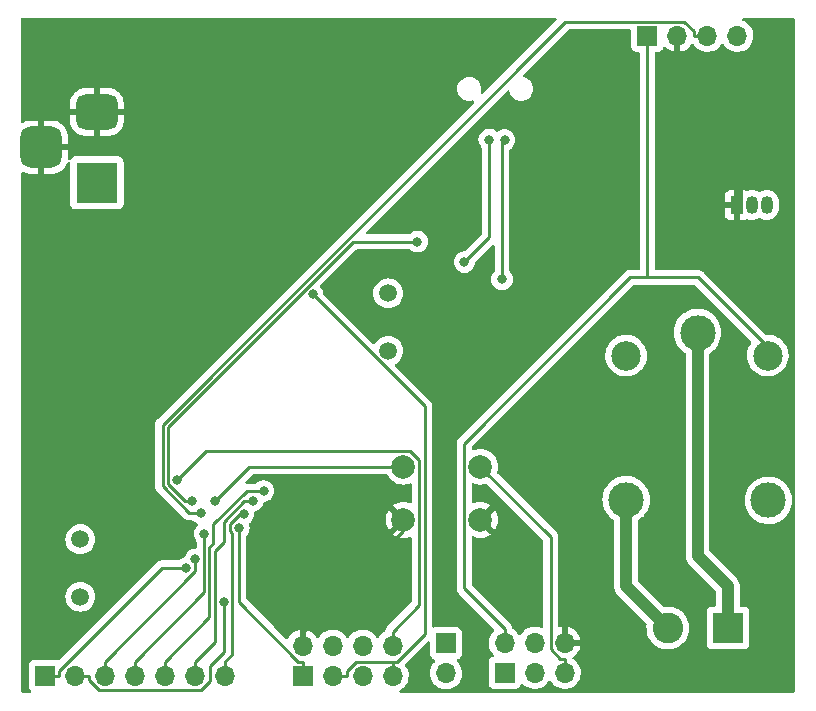
<source format=gbr>
%TF.GenerationSoftware,KiCad,Pcbnew,(6.0.5)*%
%TF.CreationDate,2022-09-16T11:29:29+05:30*%
%TF.ProjectId,wifi-module,77696669-2d6d-46f6-9475-6c652e6b6963,rev?*%
%TF.SameCoordinates,Original*%
%TF.FileFunction,Copper,L2,Bot*%
%TF.FilePolarity,Positive*%
%FSLAX46Y46*%
G04 Gerber Fmt 4.6, Leading zero omitted, Abs format (unit mm)*
G04 Created by KiCad (PCBNEW (6.0.5)) date 2022-09-16 11:29:29*
%MOMM*%
%LPD*%
G01*
G04 APERTURE LIST*
G04 Aperture macros list*
%AMRoundRect*
0 Rectangle with rounded corners*
0 $1 Rounding radius*
0 $2 $3 $4 $5 $6 $7 $8 $9 X,Y pos of 4 corners*
0 Add a 4 corners polygon primitive as box body*
4,1,4,$2,$3,$4,$5,$6,$7,$8,$9,$2,$3,0*
0 Add four circle primitives for the rounded corners*
1,1,$1+$1,$2,$3*
1,1,$1+$1,$4,$5*
1,1,$1+$1,$6,$7*
1,1,$1+$1,$8,$9*
0 Add four rect primitives between the rounded corners*
20,1,$1+$1,$2,$3,$4,$5,0*
20,1,$1+$1,$4,$5,$6,$7,0*
20,1,$1+$1,$6,$7,$8,$9,0*
20,1,$1+$1,$8,$9,$2,$3,0*%
G04 Aperture macros list end*
%TA.AperFunction,ComponentPad*%
%ADD10R,1.050000X1.500000*%
%TD*%
%TA.AperFunction,ComponentPad*%
%ADD11O,1.050000X1.500000*%
%TD*%
%TA.AperFunction,ComponentPad*%
%ADD12C,3.000000*%
%TD*%
%TA.AperFunction,ComponentPad*%
%ADD13C,2.500000*%
%TD*%
%TA.AperFunction,ComponentPad*%
%ADD14C,2.000000*%
%TD*%
%TA.AperFunction,ComponentPad*%
%ADD15R,3.500000X3.500000*%
%TD*%
%TA.AperFunction,ComponentPad*%
%ADD16RoundRect,0.750000X-1.000000X0.750000X-1.000000X-0.750000X1.000000X-0.750000X1.000000X0.750000X0*%
%TD*%
%TA.AperFunction,ComponentPad*%
%ADD17RoundRect,0.875000X-0.875000X0.875000X-0.875000X-0.875000X0.875000X-0.875000X0.875000X0.875000X0*%
%TD*%
%TA.AperFunction,ComponentPad*%
%ADD18C,1.500000*%
%TD*%
%TA.AperFunction,ComponentPad*%
%ADD19R,1.700000X1.700000*%
%TD*%
%TA.AperFunction,ComponentPad*%
%ADD20O,1.700000X1.700000*%
%TD*%
%TA.AperFunction,ComponentPad*%
%ADD21C,2.600000*%
%TD*%
%TA.AperFunction,ComponentPad*%
%ADD22R,2.600000X2.600000*%
%TD*%
%TA.AperFunction,ViaPad*%
%ADD23C,0.800000*%
%TD*%
%TA.AperFunction,Conductor*%
%ADD24C,1.000000*%
%TD*%
%TA.AperFunction,Conductor*%
%ADD25C,0.250000*%
%TD*%
G04 APERTURE END LIST*
D10*
%TO.P,Q1,1,E*%
%TO.N,GND*%
X132040000Y-65650000D03*
D11*
%TO.P,Q1,2,B*%
%TO.N,Net-(Q1-Pad2)*%
X133310000Y-65650000D03*
%TO.P,Q1,3,C*%
%TO.N,Net-(D6-Pad2)*%
X134580000Y-65650000D03*
%TD*%
D12*
%TO.P,K1,1*%
%TO.N,Net-(K1-Pad1)*%
X128710000Y-76460000D03*
D13*
%TO.P,K1,2*%
%TO.N,Net-(D6-Pad2)*%
X122660000Y-78410000D03*
D12*
%TO.P,K1,3*%
%TO.N,Net-(J8-Pad2)*%
X122660000Y-90610000D03*
%TO.P,K1,4*%
%TO.N,unconnected-(K1-Pad4)*%
X134710000Y-90660000D03*
D13*
%TO.P,K1,5*%
%TO.N,+5V*%
X134660000Y-78410000D03*
%TD*%
D14*
%TO.P,SW1,1*%
%TO.N,RST*%
X110310000Y-87820000D03*
X103810000Y-87820000D03*
%TO.P,SW1,2*%
%TO.N,GND*%
X110310000Y-92320000D03*
X103810000Y-92320000D03*
%TD*%
D15*
%TO.P,J4,1*%
%TO.N,Net-(D1-Pad2)*%
X77847500Y-63780000D03*
D16*
%TO.P,J4,2*%
%TO.N,GND*%
X77847500Y-57780000D03*
D17*
%TO.P,J4,3*%
X73147500Y-60780000D03*
%TD*%
D18*
%TO.P,Y1,1,1*%
%TO.N,Net-(C9-Pad1)*%
X76450000Y-98830000D03*
%TO.P,Y1,2,2*%
%TO.N,Net-(C8-Pad1)*%
X76450000Y-93950000D03*
%TD*%
D19*
%TO.P,J7,1,Pin_1*%
%TO.N,Tx*%
X95280000Y-105500000D03*
D20*
%TO.P,J7,2,Pin_2*%
%TO.N,GND*%
X95280000Y-102960000D03*
%TO.P,J7,3,Pin_3*%
%TO.N,+3V3*%
X97820000Y-105500000D03*
%TO.P,J7,4,Pin_4*%
%TO.N,unconnected-(J7-Pad4)*%
X97820000Y-102960000D03*
%TO.P,J7,5,Pin_5*%
%TO.N,unconnected-(J7-Pad5)*%
X100360000Y-105500000D03*
%TO.P,J7,6,Pin_6*%
%TO.N,unconnected-(J7-Pad6)*%
X100360000Y-102960000D03*
%TO.P,J7,7,Pin_7*%
%TO.N,+3V3*%
X102900000Y-105500000D03*
%TO.P,J7,8,Pin_8*%
%TO.N,Rx*%
X102900000Y-102960000D03*
%TD*%
D19*
%TO.P,J2,1,Pin_1*%
%TO.N,D6*%
X107410000Y-102765000D03*
D20*
%TO.P,J2,2,Pin_2*%
%TO.N,D7*%
X107410000Y-105305000D03*
%TD*%
D19*
%TO.P,J3,1,Pin_1*%
%TO.N,D8*%
X73445000Y-105500000D03*
D20*
%TO.P,J3,2,Pin_2*%
%TO.N,D9*%
X75985000Y-105500000D03*
%TO.P,J3,3,Pin_3*%
%TO.N,D10*%
X78525000Y-105500000D03*
%TO.P,J3,4,Pin_4*%
%TO.N,A0*%
X81065000Y-105500000D03*
%TO.P,J3,5,Pin_5*%
%TO.N,A1*%
X83605000Y-105500000D03*
%TO.P,J3,6,Pin_6*%
%TO.N,A2*%
X86145000Y-105500000D03*
%TO.P,J3,7,Pin_7*%
%TO.N,A3*%
X88685000Y-105500000D03*
%TD*%
D18*
%TO.P,Y2,1,1*%
%TO.N,Net-(C13-Pad2)*%
X102510000Y-78010000D03*
%TO.P,Y2,2,2*%
%TO.N,Net-(C12-Pad2)*%
X102510000Y-73130000D03*
%TD*%
D21*
%TO.P,J8,2,Pin_2*%
%TO.N,Net-(J8-Pad2)*%
X126195000Y-101465000D03*
D22*
%TO.P,J8,1,Pin_1*%
%TO.N,Net-(K1-Pad1)*%
X131275000Y-101465000D03*
%TD*%
D19*
%TO.P,J1,1,Pin_1*%
%TO.N,+5V*%
X124460000Y-51330000D03*
D20*
%TO.P,J1,2,Pin_2*%
%TO.N,GND*%
X127000000Y-51330000D03*
%TO.P,J1,3,Pin_3*%
%TO.N,SCL*%
X129540000Y-51330000D03*
%TO.P,J1,4,Pin_4*%
%TO.N,SDA*%
X132080000Y-51330000D03*
%TD*%
D19*
%TO.P,J5,1,Pin_1*%
%TO.N,MISO*%
X112375000Y-105265000D03*
D20*
%TO.P,J5,2,Pin_2*%
%TO.N,+5V*%
X112375000Y-102725000D03*
%TO.P,J5,3,Pin_3*%
%TO.N,SCK*%
X114915000Y-105265000D03*
%TO.P,J5,4,Pin_4*%
%TO.N,MOSI*%
X114915000Y-102725000D03*
%TO.P,J5,5,Pin_5*%
%TO.N,RST*%
X117455000Y-105265000D03*
%TO.P,J5,6,Pin_6*%
%TO.N,GND*%
X117455000Y-102725000D03*
%TD*%
D23*
%TO.N,USB_RX*%
X104992800Y-68761300D03*
X85887800Y-90740400D03*
%TO.N,Rx*%
X84594700Y-88963200D03*
%TO.N,Tx*%
X89867300Y-92994600D03*
%TO.N,D+*%
X108966700Y-70491300D03*
X111072800Y-60132100D03*
%TO.N,D-*%
X112150600Y-71950700D03*
X112370000Y-60151100D03*
%TO.N,A3*%
X90270000Y-91801000D03*
%TO.N,A2*%
X91044300Y-90724900D03*
%TO.N,A1*%
X91963600Y-89881500D03*
%TO.N,A0*%
X86953700Y-93502700D03*
%TO.N,D10*%
X86191400Y-95652600D03*
%TO.N,D9*%
X88581200Y-99238700D03*
%TO.N,D8*%
X85424400Y-96388900D03*
%TO.N,SCL*%
X86635800Y-91737900D03*
%TO.N,+3V3*%
X96120000Y-73217100D03*
%TO.N,RST*%
X87837200Y-90748300D03*
%TD*%
D24*
%TO.N,Net-(J8-Pad2)*%
X122660000Y-97930000D02*
X126195000Y-101465000D01*
X122660000Y-90610000D02*
X122660000Y-97930000D01*
%TO.N,Net-(K1-Pad1)*%
X131275000Y-97935000D02*
X131275000Y-101465000D01*
X128710000Y-95370000D02*
X131275000Y-97935000D01*
X128710000Y-76460000D02*
X128710000Y-95370000D01*
D25*
%TO.N,+5V*%
X123029400Y-71780600D02*
X124460000Y-71780600D01*
X108940700Y-98115400D02*
X108940700Y-85869300D01*
X112375000Y-101549700D02*
X108940700Y-98115400D01*
X108940700Y-85869300D02*
X123029400Y-71780600D01*
X112375000Y-102725000D02*
X112375000Y-101549700D01*
%TO.N,USB_RX*%
X99550000Y-68761300D02*
X104992800Y-68761300D01*
X83869300Y-84442000D02*
X99550000Y-68761300D01*
X83869300Y-89276800D02*
X83869300Y-84442000D01*
X85332900Y-90740400D02*
X83869300Y-89276800D01*
X85887800Y-90740400D02*
X85332900Y-90740400D01*
%TO.N,Rx*%
X87110200Y-86447700D02*
X84594700Y-88963200D01*
X104339700Y-86447700D02*
X87110200Y-86447700D01*
X105154000Y-87262000D02*
X104339700Y-86447700D01*
X105154000Y-99530700D02*
X105154000Y-87262000D01*
X102900000Y-101784700D02*
X105154000Y-99530700D01*
X102900000Y-102960000D02*
X102900000Y-101784700D01*
%TO.N,Tx*%
X95280000Y-105500000D02*
X95280000Y-104324700D01*
X94912700Y-104324700D02*
X95280000Y-104324700D01*
X89867300Y-99279300D02*
X94912700Y-104324700D01*
X89867300Y-92994600D02*
X89867300Y-99279300D01*
%TO.N,D+*%
X111072800Y-68385200D02*
X108966700Y-70491300D01*
X111072800Y-60132100D02*
X111072800Y-68385200D01*
%TO.N,D-*%
X112150600Y-60370500D02*
X112370000Y-60151100D01*
X112150600Y-71950700D02*
X112150600Y-60370500D01*
%TO.N,A3*%
X88685000Y-105500000D02*
X88685000Y-104324700D01*
X89981800Y-91801000D02*
X90270000Y-91801000D01*
X89142000Y-92640800D02*
X89981800Y-91801000D01*
X89142000Y-93295000D02*
X89142000Y-92640800D01*
X89309100Y-93462100D02*
X89142000Y-93295000D01*
X89309100Y-103700600D02*
X89309100Y-93462100D01*
X88685000Y-104324700D02*
X89309100Y-103700600D01*
%TO.N,A2*%
X86145000Y-105500000D02*
X86145000Y-104324700D01*
X91044300Y-90725000D02*
X91044300Y-90724900D01*
X90320100Y-90725000D02*
X91044300Y-90725000D01*
X88579600Y-92465500D02*
X90320100Y-90725000D01*
X88579600Y-94176400D02*
X88579600Y-92465500D01*
X87831800Y-94924200D02*
X88579600Y-94176400D01*
X87831800Y-102637900D02*
X87831800Y-94924200D01*
X86145000Y-104324700D02*
X87831800Y-102637900D01*
%TO.N,A1*%
X83605000Y-105500000D02*
X83605000Y-104324700D01*
X90526700Y-89881500D02*
X91963600Y-89881500D01*
X87699700Y-92708500D02*
X90526700Y-89881500D01*
X87699700Y-94326400D02*
X87699700Y-92708500D01*
X87381400Y-94644700D02*
X87699700Y-94326400D01*
X87381400Y-100548300D02*
X87381400Y-94644700D01*
X83605000Y-104324700D02*
X87381400Y-100548300D01*
%TO.N,A0*%
X81065000Y-105500000D02*
X81065000Y-104324700D01*
X86931100Y-98458600D02*
X81065000Y-104324700D01*
X86931100Y-93525300D02*
X86931100Y-98458600D01*
X86953700Y-93502700D02*
X86931100Y-93525300D01*
%TO.N,D10*%
X78525000Y-105500000D02*
X78525000Y-104324700D01*
X86191400Y-96658300D02*
X86191400Y-95652600D01*
X78525000Y-104324700D02*
X86191400Y-96658300D01*
%TO.N,D9*%
X75985000Y-105500000D02*
X77160300Y-105500000D01*
X88581200Y-103544700D02*
X88581200Y-99238700D01*
X87415000Y-104710900D02*
X88581200Y-103544700D01*
X87415000Y-105938800D02*
X87415000Y-104710900D01*
X86648100Y-106705700D02*
X87415000Y-105938800D01*
X77998700Y-106705700D02*
X86648100Y-106705700D01*
X77160300Y-105867300D02*
X77998700Y-106705700D01*
X77160300Y-105500000D02*
X77160300Y-105867300D01*
%TO.N,D8*%
X83364100Y-96388900D02*
X85424400Y-96388900D01*
X74620300Y-105132700D02*
X83364100Y-96388900D01*
X74620300Y-105500000D02*
X74620300Y-105132700D01*
X73445000Y-105500000D02*
X74620300Y-105500000D01*
%TO.N,SCL*%
X129540000Y-51330000D02*
X128364700Y-51330000D01*
X85679300Y-91737900D02*
X86635800Y-91737900D01*
X83418300Y-89476900D02*
X85679300Y-91737900D01*
X83418300Y-84246900D02*
X83418300Y-89476900D01*
X117510600Y-50154600D02*
X83418300Y-84246900D01*
X127556600Y-50154600D02*
X117510600Y-50154600D01*
X128364700Y-50962700D02*
X127556600Y-50154600D01*
X128364700Y-51330000D02*
X128364700Y-50962700D01*
%TO.N,+3V3*%
X102900000Y-105500000D02*
X102900000Y-104437300D01*
X97820000Y-105500000D02*
X98995300Y-105500000D01*
X102900000Y-104437300D02*
X102900000Y-104324700D01*
X98995300Y-105132600D02*
X98995300Y-105500000D01*
X99803200Y-104324700D02*
X98995300Y-105132600D01*
X102900000Y-104324700D02*
X99803200Y-104324700D01*
X105604400Y-82701500D02*
X96120000Y-73217100D01*
X105604400Y-101973700D02*
X105604400Y-82701500D01*
X103253400Y-104324700D02*
X105604400Y-101973700D01*
X102900000Y-104324700D02*
X103253400Y-104324700D01*
%TO.N,RST*%
X116279700Y-93789700D02*
X110310000Y-87820000D01*
X116279700Y-103281800D02*
X116279700Y-93789700D01*
X117087600Y-104089700D02*
X116279700Y-103281800D01*
X117455000Y-104089700D02*
X117087600Y-104089700D01*
X117455000Y-105265000D02*
X117455000Y-104089700D01*
X90765500Y-87820000D02*
X87837200Y-90748300D01*
X103810000Y-87820000D02*
X90765500Y-87820000D01*
%TO.N,+5V*%
X124460000Y-71780600D02*
X124460000Y-51330000D01*
X128719900Y-71780600D02*
X134739300Y-77800000D01*
X124460000Y-71780600D02*
X128719900Y-71780600D01*
%TO.N,GND*%
X132410000Y-57915300D02*
X132410000Y-64980000D01*
X127000000Y-52505300D02*
X132410000Y-57915300D01*
X127000000Y-51330000D02*
X127000000Y-52505300D01*
X103810000Y-93254700D02*
X95280000Y-101784700D01*
X103810000Y-92320000D02*
X103810000Y-93254700D01*
X95280000Y-102960000D02*
X95280000Y-101784700D01*
%TD*%
%TA.AperFunction,Conductor*%
%TO.N,GND*%
G36*
X116724727Y-49828502D02*
G01*
X116771220Y-49882158D01*
X116781324Y-49952432D01*
X116751830Y-50017012D01*
X116745701Y-50023595D01*
X110553298Y-56215998D01*
X110490986Y-56250024D01*
X110420171Y-56244959D01*
X110363335Y-56202412D01*
X110338524Y-56135892D01*
X110343838Y-56089644D01*
X110353694Y-56057803D01*
X110362682Y-56028768D01*
X110370489Y-55954488D01*
X110382711Y-55838204D01*
X110382711Y-55838202D01*
X110383355Y-55832075D01*
X110365430Y-55635112D01*
X110309590Y-55445381D01*
X110299919Y-55426881D01*
X110220813Y-55275568D01*
X110217960Y-55270110D01*
X110094032Y-55115975D01*
X110087727Y-55110684D01*
X110071334Y-55096929D01*
X109942526Y-54988846D01*
X109937128Y-54985879D01*
X109937123Y-54985875D01*
X109774608Y-54896533D01*
X109774609Y-54896533D01*
X109769213Y-54893567D01*
X109763346Y-54891706D01*
X109763344Y-54891705D01*
X109586564Y-54835627D01*
X109586563Y-54835627D01*
X109580694Y-54833765D01*
X109426773Y-54816500D01*
X109320231Y-54816500D01*
X109317175Y-54816800D01*
X109317168Y-54816800D01*
X109258660Y-54822537D01*
X109173167Y-54830920D01*
X109167266Y-54832702D01*
X109167264Y-54832702D01*
X109093947Y-54854838D01*
X108983831Y-54888084D01*
X108809204Y-54980934D01*
X108722938Y-55051291D01*
X108660713Y-55102040D01*
X108660710Y-55102043D01*
X108655938Y-55105935D01*
X108652011Y-55110682D01*
X108652009Y-55110684D01*
X108533799Y-55253575D01*
X108533797Y-55253579D01*
X108529870Y-55258325D01*
X108435802Y-55432299D01*
X108377318Y-55621232D01*
X108376674Y-55627357D01*
X108376674Y-55627358D01*
X108361002Y-55776475D01*
X108356645Y-55817925D01*
X108374570Y-56014888D01*
X108376308Y-56020794D01*
X108376309Y-56020798D01*
X108407249Y-56125924D01*
X108430410Y-56204619D01*
X108433263Y-56210077D01*
X108433265Y-56210081D01*
X108451499Y-56244959D01*
X108522040Y-56379890D01*
X108645968Y-56534025D01*
X108650692Y-56537989D01*
X108657933Y-56544065D01*
X108797474Y-56661154D01*
X108802872Y-56664121D01*
X108802877Y-56664125D01*
X108946180Y-56742905D01*
X108970787Y-56756433D01*
X108976654Y-56758294D01*
X108976656Y-56758295D01*
X109102623Y-56798254D01*
X109159306Y-56816235D01*
X109313227Y-56833500D01*
X109419769Y-56833500D01*
X109422825Y-56833200D01*
X109422832Y-56833200D01*
X109481340Y-56827463D01*
X109566833Y-56819080D01*
X109572734Y-56817298D01*
X109572736Y-56817298D01*
X109635812Y-56798254D01*
X109706807Y-56797713D01*
X109766823Y-56835641D01*
X109796807Y-56899995D01*
X109787239Y-56970344D01*
X109761325Y-57007970D01*
X83026047Y-83743248D01*
X83017761Y-83750788D01*
X83011282Y-83754900D01*
X83005857Y-83760677D01*
X82964657Y-83804551D01*
X82961902Y-83807393D01*
X82942165Y-83827130D01*
X82939685Y-83830327D01*
X82931982Y-83839347D01*
X82901714Y-83871579D01*
X82897895Y-83878525D01*
X82897893Y-83878528D01*
X82891952Y-83889334D01*
X82881101Y-83905853D01*
X82868686Y-83921859D01*
X82865541Y-83929128D01*
X82865538Y-83929132D01*
X82851126Y-83962437D01*
X82845909Y-83973087D01*
X82824605Y-84011840D01*
X82822634Y-84019515D01*
X82822634Y-84019516D01*
X82819567Y-84031462D01*
X82813163Y-84050166D01*
X82805119Y-84068755D01*
X82803880Y-84076578D01*
X82803877Y-84076588D01*
X82798201Y-84112424D01*
X82795795Y-84124044D01*
X82784800Y-84166870D01*
X82784800Y-84187124D01*
X82783249Y-84206834D01*
X82780080Y-84226843D01*
X82780826Y-84234735D01*
X82784241Y-84270861D01*
X82784800Y-84282719D01*
X82784800Y-89398133D01*
X82784273Y-89409316D01*
X82782598Y-89416809D01*
X82782847Y-89424735D01*
X82782847Y-89424736D01*
X82784738Y-89484886D01*
X82784800Y-89488845D01*
X82784800Y-89516756D01*
X82785297Y-89520690D01*
X82785297Y-89520691D01*
X82785305Y-89520756D01*
X82786238Y-89532593D01*
X82787627Y-89576789D01*
X82792316Y-89592929D01*
X82793278Y-89596239D01*
X82797287Y-89615600D01*
X82799826Y-89635697D01*
X82802745Y-89643068D01*
X82802745Y-89643070D01*
X82816104Y-89676812D01*
X82819949Y-89688042D01*
X82832282Y-89730493D01*
X82836315Y-89737312D01*
X82836317Y-89737317D01*
X82842593Y-89747928D01*
X82851288Y-89765676D01*
X82858748Y-89784517D01*
X82863410Y-89790933D01*
X82863410Y-89790934D01*
X82884736Y-89820287D01*
X82891252Y-89830207D01*
X82909147Y-89860465D01*
X82913758Y-89868262D01*
X82928079Y-89882583D01*
X82940919Y-89897616D01*
X82952828Y-89914007D01*
X82958934Y-89919058D01*
X82986905Y-89942198D01*
X82995684Y-89950188D01*
X85175648Y-92130153D01*
X85183188Y-92138439D01*
X85187300Y-92144918D01*
X85193077Y-92150343D01*
X85236951Y-92191543D01*
X85239793Y-92194298D01*
X85259530Y-92214035D01*
X85262727Y-92216515D01*
X85271747Y-92224218D01*
X85303979Y-92254486D01*
X85310925Y-92258305D01*
X85310928Y-92258307D01*
X85321734Y-92264248D01*
X85338253Y-92275099D01*
X85354259Y-92287514D01*
X85361528Y-92290659D01*
X85361532Y-92290662D01*
X85394837Y-92305074D01*
X85405487Y-92310291D01*
X85444240Y-92331595D01*
X85451915Y-92333566D01*
X85451916Y-92333566D01*
X85463862Y-92336633D01*
X85482567Y-92343037D01*
X85501155Y-92351081D01*
X85508978Y-92352320D01*
X85508988Y-92352323D01*
X85544824Y-92357999D01*
X85556444Y-92360405D01*
X85591589Y-92369428D01*
X85599270Y-92371400D01*
X85619524Y-92371400D01*
X85639234Y-92372951D01*
X85659243Y-92376120D01*
X85667135Y-92375374D01*
X85703261Y-92371959D01*
X85715119Y-92371400D01*
X85927600Y-92371400D01*
X85995721Y-92391402D01*
X86014947Y-92407743D01*
X86015220Y-92407440D01*
X86020132Y-92411863D01*
X86024547Y-92416766D01*
X86179048Y-92529018D01*
X86185076Y-92531702D01*
X86185078Y-92531703D01*
X86332590Y-92597379D01*
X86386686Y-92643359D01*
X86407335Y-92711286D01*
X86387983Y-92779594D01*
X86355400Y-92814423D01*
X86347793Y-92819949D01*
X86347788Y-92819954D01*
X86342447Y-92823834D01*
X86214660Y-92965756D01*
X86119173Y-93131144D01*
X86060158Y-93312772D01*
X86059468Y-93319333D01*
X86059468Y-93319335D01*
X86055973Y-93352593D01*
X86040196Y-93502700D01*
X86040886Y-93509265D01*
X86053671Y-93630903D01*
X86060158Y-93692628D01*
X86119173Y-93874256D01*
X86214660Y-94039644D01*
X86219078Y-94044551D01*
X86219079Y-94044552D01*
X86265236Y-94095814D01*
X86295953Y-94159822D01*
X86297600Y-94180125D01*
X86297600Y-94618100D01*
X86277598Y-94686221D01*
X86223942Y-94732714D01*
X86171600Y-94744100D01*
X86095913Y-94744100D01*
X86089461Y-94745472D01*
X86089456Y-94745472D01*
X86011522Y-94762038D01*
X85909112Y-94783806D01*
X85903082Y-94786491D01*
X85903081Y-94786491D01*
X85740678Y-94858797D01*
X85740676Y-94858798D01*
X85734648Y-94861482D01*
X85580147Y-94973734D01*
X85452360Y-95115656D01*
X85356873Y-95281044D01*
X85313604Y-95414214D01*
X85311847Y-95419620D01*
X85271774Y-95478226D01*
X85218210Y-95503931D01*
X85197641Y-95508303D01*
X85148570Y-95518733D01*
X85148567Y-95518734D01*
X85142112Y-95520106D01*
X85136082Y-95522791D01*
X85136081Y-95522791D01*
X84973678Y-95595097D01*
X84973676Y-95595098D01*
X84967648Y-95597782D01*
X84962307Y-95601662D01*
X84962306Y-95601663D01*
X84886951Y-95656412D01*
X84813147Y-95710034D01*
X84808732Y-95714937D01*
X84803820Y-95719360D01*
X84802695Y-95718111D01*
X84749386Y-95750951D01*
X84716200Y-95755400D01*
X83442868Y-95755400D01*
X83431685Y-95754873D01*
X83424192Y-95753198D01*
X83416266Y-95753447D01*
X83416265Y-95753447D01*
X83356102Y-95755338D01*
X83352144Y-95755400D01*
X83324244Y-95755400D01*
X83320254Y-95755904D01*
X83308420Y-95756836D01*
X83264211Y-95758226D01*
X83256595Y-95760439D01*
X83256593Y-95760439D01*
X83244752Y-95763879D01*
X83225393Y-95767888D01*
X83224083Y-95768054D01*
X83205303Y-95770426D01*
X83197937Y-95773342D01*
X83197931Y-95773344D01*
X83164198Y-95786700D01*
X83152968Y-95790545D01*
X83118117Y-95800670D01*
X83110507Y-95802881D01*
X83103684Y-95806916D01*
X83093066Y-95813195D01*
X83075313Y-95821892D01*
X83067668Y-95824919D01*
X83056483Y-95829348D01*
X83050068Y-95834009D01*
X83020712Y-95855337D01*
X83010795Y-95861851D01*
X82972738Y-95884358D01*
X82958417Y-95898679D01*
X82943384Y-95911519D01*
X82926993Y-95923428D01*
X82920898Y-95930796D01*
X82898802Y-95957505D01*
X82890812Y-95966284D01*
X74682505Y-104174590D01*
X74620193Y-104208616D01*
X74549378Y-104203551D01*
X74543953Y-104201070D01*
X74541705Y-104199385D01*
X74533746Y-104196401D01*
X74533741Y-104196399D01*
X74455821Y-104167189D01*
X74405316Y-104148255D01*
X74343134Y-104141500D01*
X72546866Y-104141500D01*
X72484684Y-104148255D01*
X72348295Y-104199385D01*
X72231739Y-104286739D01*
X72144385Y-104403295D01*
X72093255Y-104539684D01*
X72086500Y-104601866D01*
X72086500Y-106398134D01*
X72093255Y-106460316D01*
X72144385Y-106596705D01*
X72231739Y-106713261D01*
X72238919Y-106718642D01*
X72245269Y-106724992D01*
X72243022Y-106727239D01*
X72276143Y-106771544D01*
X72281162Y-106842363D01*
X72247097Y-106904653D01*
X72184762Y-106938638D01*
X72158059Y-106941500D01*
X71544500Y-106941500D01*
X71476379Y-106921498D01*
X71429886Y-106867842D01*
X71418500Y-106815500D01*
X71418500Y-98830000D01*
X75186693Y-98830000D01*
X75205885Y-99049371D01*
X75262880Y-99262076D01*
X75265205Y-99267061D01*
X75353618Y-99456666D01*
X75353621Y-99456671D01*
X75355944Y-99461653D01*
X75359100Y-99466160D01*
X75359101Y-99466162D01*
X75478372Y-99636498D01*
X75482251Y-99642038D01*
X75637962Y-99797749D01*
X75642471Y-99800906D01*
X75642473Y-99800908D01*
X75701007Y-99841894D01*
X75818346Y-99924056D01*
X76017924Y-100017120D01*
X76230629Y-100074115D01*
X76450000Y-100093307D01*
X76669371Y-100074115D01*
X76882076Y-100017120D01*
X77081654Y-99924056D01*
X77198993Y-99841894D01*
X77257527Y-99800908D01*
X77257529Y-99800906D01*
X77262038Y-99797749D01*
X77417749Y-99642038D01*
X77421629Y-99636498D01*
X77540899Y-99466162D01*
X77540900Y-99466160D01*
X77544056Y-99461653D01*
X77546379Y-99456671D01*
X77546382Y-99456666D01*
X77634795Y-99267061D01*
X77637120Y-99262076D01*
X77694115Y-99049371D01*
X77713307Y-98830000D01*
X77694115Y-98610629D01*
X77637120Y-98397924D01*
X77593585Y-98304562D01*
X77546382Y-98203334D01*
X77546379Y-98203329D01*
X77544056Y-98198347D01*
X77516639Y-98159191D01*
X77420908Y-98022473D01*
X77420906Y-98022470D01*
X77417749Y-98017962D01*
X77262038Y-97862251D01*
X77248820Y-97852995D01*
X77182759Y-97806739D01*
X77081654Y-97735944D01*
X76882076Y-97642880D01*
X76669371Y-97585885D01*
X76450000Y-97566693D01*
X76230629Y-97585885D01*
X76017924Y-97642880D01*
X75945427Y-97676686D01*
X75823334Y-97733618D01*
X75823329Y-97733621D01*
X75818347Y-97735944D01*
X75813840Y-97739100D01*
X75813838Y-97739101D01*
X75642473Y-97859092D01*
X75642470Y-97859094D01*
X75637962Y-97862251D01*
X75482251Y-98017962D01*
X75479094Y-98022470D01*
X75479092Y-98022473D01*
X75383361Y-98159191D01*
X75355944Y-98198347D01*
X75353621Y-98203329D01*
X75353618Y-98203334D01*
X75306415Y-98304562D01*
X75262880Y-98397924D01*
X75205885Y-98610629D01*
X75186693Y-98830000D01*
X71418500Y-98830000D01*
X71418500Y-93950000D01*
X75186693Y-93950000D01*
X75205885Y-94169371D01*
X75262880Y-94382076D01*
X75265205Y-94387061D01*
X75353618Y-94576666D01*
X75353621Y-94576671D01*
X75355944Y-94581653D01*
X75359100Y-94586160D01*
X75359101Y-94586162D01*
X75469691Y-94744100D01*
X75482251Y-94762038D01*
X75637962Y-94917749D01*
X75818346Y-95044056D01*
X76017924Y-95137120D01*
X76230629Y-95194115D01*
X76450000Y-95213307D01*
X76669371Y-95194115D01*
X76882076Y-95137120D01*
X77081654Y-95044056D01*
X77262038Y-94917749D01*
X77417749Y-94762038D01*
X77430310Y-94744100D01*
X77540899Y-94586162D01*
X77540900Y-94586160D01*
X77544056Y-94581653D01*
X77546379Y-94576671D01*
X77546382Y-94576666D01*
X77634795Y-94387061D01*
X77637120Y-94382076D01*
X77694115Y-94169371D01*
X77713307Y-93950000D01*
X77694115Y-93730629D01*
X77637120Y-93517924D01*
X77578740Y-93392727D01*
X77546382Y-93323334D01*
X77546379Y-93323329D01*
X77544056Y-93318347D01*
X77540899Y-93313838D01*
X77420908Y-93142473D01*
X77420906Y-93142470D01*
X77417749Y-93137962D01*
X77262038Y-92982251D01*
X77081654Y-92855944D01*
X76882076Y-92762880D01*
X76669371Y-92705885D01*
X76450000Y-92686693D01*
X76230629Y-92705885D01*
X76017924Y-92762880D01*
X75924562Y-92806415D01*
X75823334Y-92853618D01*
X75823329Y-92853621D01*
X75818347Y-92855944D01*
X75813840Y-92859100D01*
X75813838Y-92859101D01*
X75642473Y-92979092D01*
X75642470Y-92979094D01*
X75637962Y-92982251D01*
X75482251Y-93137962D01*
X75479094Y-93142470D01*
X75479092Y-93142473D01*
X75359101Y-93313838D01*
X75355944Y-93318347D01*
X75353621Y-93323329D01*
X75353618Y-93323334D01*
X75321260Y-93392727D01*
X75262880Y-93517924D01*
X75205885Y-93730629D01*
X75186693Y-93950000D01*
X71418500Y-93950000D01*
X71418500Y-62977500D01*
X71438502Y-62909379D01*
X71492158Y-62862886D01*
X71562432Y-62852782D01*
X71608355Y-62868879D01*
X71668162Y-62904038D01*
X71677760Y-62908636D01*
X71887254Y-62988006D01*
X71897482Y-62990920D01*
X72118311Y-63034045D01*
X72126955Y-63035118D01*
X72178484Y-63037909D01*
X72181869Y-63038000D01*
X72875385Y-63038000D01*
X72890624Y-63033525D01*
X72891829Y-63032135D01*
X72893500Y-63024452D01*
X72893500Y-63019885D01*
X73401500Y-63019885D01*
X73405975Y-63035124D01*
X73407365Y-63036329D01*
X73415048Y-63038000D01*
X74113131Y-63038000D01*
X74116516Y-63037909D01*
X74168045Y-63035118D01*
X74176689Y-63034045D01*
X74397518Y-62990920D01*
X74407746Y-62988006D01*
X74617240Y-62908636D01*
X74626838Y-62904038D01*
X74819960Y-62790507D01*
X74828649Y-62784354D01*
X74999892Y-62639899D01*
X75007399Y-62632392D01*
X75151854Y-62461149D01*
X75158007Y-62452460D01*
X75271538Y-62259338D01*
X75276136Y-62249740D01*
X75345173Y-62067520D01*
X75388012Y-62010904D01*
X75454659Y-61986436D01*
X75523955Y-62001885D01*
X75573897Y-62052345D01*
X75589000Y-62112160D01*
X75589000Y-65578134D01*
X75595755Y-65640316D01*
X75646885Y-65776705D01*
X75734239Y-65893261D01*
X75850795Y-65980615D01*
X75987184Y-66031745D01*
X76049366Y-66038500D01*
X79645634Y-66038500D01*
X79707816Y-66031745D01*
X79844205Y-65980615D01*
X79960761Y-65893261D01*
X80048115Y-65776705D01*
X80099245Y-65640316D01*
X80106000Y-65578134D01*
X80106000Y-61981866D01*
X80099245Y-61919684D01*
X80048115Y-61783295D01*
X79960761Y-61666739D01*
X79844205Y-61579385D01*
X79707816Y-61528255D01*
X79645634Y-61521500D01*
X76049366Y-61521500D01*
X75987184Y-61528255D01*
X75850795Y-61579385D01*
X75734239Y-61666739D01*
X75728858Y-61673919D01*
X75652271Y-61776109D01*
X75646885Y-61783295D01*
X75643734Y-61791700D01*
X75642020Y-61794831D01*
X75591762Y-61844977D01*
X75522371Y-61859991D01*
X75455878Y-61835106D01*
X75413395Y-61778222D01*
X75405500Y-61734322D01*
X75405500Y-61052115D01*
X75401025Y-61036876D01*
X75399635Y-61035671D01*
X75391952Y-61034000D01*
X73419615Y-61034000D01*
X73404376Y-61038475D01*
X73403171Y-61039865D01*
X73401500Y-61047548D01*
X73401500Y-63019885D01*
X72893500Y-63019885D01*
X72893500Y-60507885D01*
X73401500Y-60507885D01*
X73405975Y-60523124D01*
X73407365Y-60524329D01*
X73415048Y-60526000D01*
X75387385Y-60526000D01*
X75402624Y-60521525D01*
X75403829Y-60520135D01*
X75405500Y-60512452D01*
X75405500Y-59814370D01*
X75405409Y-59810984D01*
X75402618Y-59759455D01*
X75401545Y-59750811D01*
X75358420Y-59529982D01*
X75355506Y-59519754D01*
X75276136Y-59310260D01*
X75271538Y-59300662D01*
X75158007Y-59107540D01*
X75151854Y-59098851D01*
X75007399Y-58927608D01*
X74999892Y-58920101D01*
X74828649Y-58775646D01*
X74819960Y-58769493D01*
X74626838Y-58655962D01*
X74617240Y-58651364D01*
X74455169Y-58589961D01*
X75589501Y-58589961D01*
X75589709Y-58595071D01*
X75600582Y-58728767D01*
X75602352Y-58739320D01*
X75655467Y-58946185D01*
X75659201Y-58956731D01*
X75748010Y-59150705D01*
X75753546Y-59160412D01*
X75875303Y-59335597D01*
X75882476Y-59344176D01*
X76033324Y-59495024D01*
X76041903Y-59502197D01*
X76217088Y-59623954D01*
X76226795Y-59629490D01*
X76420769Y-59718299D01*
X76431315Y-59722033D01*
X76638179Y-59775147D01*
X76648734Y-59776918D01*
X76782430Y-59787793D01*
X76787536Y-59788000D01*
X77575385Y-59788000D01*
X77590624Y-59783525D01*
X77591829Y-59782135D01*
X77593500Y-59774452D01*
X77593500Y-59769884D01*
X78101500Y-59769884D01*
X78105975Y-59785123D01*
X78107365Y-59786328D01*
X78115048Y-59787999D01*
X78907461Y-59787999D01*
X78912571Y-59787791D01*
X79046267Y-59776918D01*
X79056820Y-59775148D01*
X79263685Y-59722033D01*
X79274231Y-59718299D01*
X79468205Y-59629490D01*
X79477912Y-59623954D01*
X79653097Y-59502197D01*
X79661676Y-59495024D01*
X79812524Y-59344176D01*
X79819697Y-59335597D01*
X79941454Y-59160412D01*
X79946990Y-59150705D01*
X80035799Y-58956731D01*
X80039533Y-58946185D01*
X80092647Y-58739321D01*
X80094418Y-58728766D01*
X80105293Y-58595070D01*
X80105500Y-58589964D01*
X80105500Y-58052115D01*
X80101025Y-58036876D01*
X80099635Y-58035671D01*
X80091952Y-58034000D01*
X78119615Y-58034000D01*
X78104376Y-58038475D01*
X78103171Y-58039865D01*
X78101500Y-58047548D01*
X78101500Y-59769884D01*
X77593500Y-59769884D01*
X77593500Y-58052115D01*
X77589025Y-58036876D01*
X77587635Y-58035671D01*
X77579952Y-58034000D01*
X75607616Y-58034000D01*
X75592377Y-58038475D01*
X75591172Y-58039865D01*
X75589501Y-58047548D01*
X75589501Y-58589961D01*
X74455169Y-58589961D01*
X74407746Y-58571994D01*
X74397518Y-58569080D01*
X74176689Y-58525955D01*
X74168045Y-58524882D01*
X74116516Y-58522091D01*
X74113130Y-58522000D01*
X73419615Y-58522000D01*
X73404376Y-58526475D01*
X73403171Y-58527865D01*
X73401500Y-58535548D01*
X73401500Y-60507885D01*
X72893500Y-60507885D01*
X72893500Y-58540115D01*
X72889025Y-58524876D01*
X72887635Y-58523671D01*
X72879952Y-58522000D01*
X72181870Y-58522000D01*
X72178484Y-58522091D01*
X72126955Y-58524882D01*
X72118311Y-58525955D01*
X71897482Y-58569080D01*
X71887254Y-58571994D01*
X71677760Y-58651364D01*
X71668162Y-58655962D01*
X71608355Y-58691121D01*
X71539494Y-58708401D01*
X71472222Y-58685708D01*
X71427897Y-58630247D01*
X71418500Y-58582500D01*
X71418500Y-57507885D01*
X75589500Y-57507885D01*
X75593975Y-57523124D01*
X75595365Y-57524329D01*
X75603048Y-57526000D01*
X77575385Y-57526000D01*
X77590624Y-57521525D01*
X77591829Y-57520135D01*
X77593500Y-57512452D01*
X77593500Y-57507885D01*
X78101500Y-57507885D01*
X78105975Y-57523124D01*
X78107365Y-57524329D01*
X78115048Y-57526000D01*
X80087384Y-57526000D01*
X80102623Y-57521525D01*
X80103828Y-57520135D01*
X80105499Y-57512452D01*
X80105499Y-56970039D01*
X80105291Y-56964929D01*
X80094418Y-56831233D01*
X80092648Y-56820680D01*
X80039533Y-56613815D01*
X80035799Y-56603269D01*
X79946990Y-56409295D01*
X79941454Y-56399588D01*
X79819697Y-56224403D01*
X79812524Y-56215824D01*
X79661676Y-56064976D01*
X79653097Y-56057803D01*
X79477912Y-55936046D01*
X79468205Y-55930510D01*
X79274231Y-55841701D01*
X79263685Y-55837967D01*
X79056821Y-55784853D01*
X79046266Y-55783082D01*
X78912570Y-55772207D01*
X78907464Y-55772000D01*
X78119615Y-55772000D01*
X78104376Y-55776475D01*
X78103171Y-55777865D01*
X78101500Y-55785548D01*
X78101500Y-57507885D01*
X77593500Y-57507885D01*
X77593500Y-55790116D01*
X77589025Y-55774877D01*
X77587635Y-55773672D01*
X77579952Y-55772001D01*
X76787539Y-55772001D01*
X76782429Y-55772209D01*
X76648733Y-55783082D01*
X76638180Y-55784852D01*
X76431315Y-55837967D01*
X76420769Y-55841701D01*
X76226795Y-55930510D01*
X76217088Y-55936046D01*
X76041903Y-56057803D01*
X76033324Y-56064976D01*
X75882476Y-56215824D01*
X75875303Y-56224403D01*
X75753546Y-56399588D01*
X75748010Y-56409295D01*
X75659201Y-56603269D01*
X75655467Y-56613815D01*
X75602353Y-56820679D01*
X75600582Y-56831234D01*
X75589707Y-56964930D01*
X75589500Y-56970036D01*
X75589500Y-57507885D01*
X71418500Y-57507885D01*
X71418500Y-49934500D01*
X71438502Y-49866379D01*
X71492158Y-49819886D01*
X71544500Y-49808500D01*
X116656606Y-49808500D01*
X116724727Y-49828502D01*
G37*
%TD.AperFunction*%
%TA.AperFunction,Conductor*%
G36*
X136913621Y-49828502D02*
G01*
X136960114Y-49882158D01*
X136971500Y-49934500D01*
X136971500Y-90601541D01*
X136951498Y-90669662D01*
X136945612Y-90674762D01*
X136969073Y-90719587D01*
X136971500Y-90744198D01*
X136971500Y-106815500D01*
X136951498Y-106883621D01*
X136897842Y-106930114D01*
X136845500Y-106941500D01*
X103589223Y-106941500D01*
X103521102Y-106921498D01*
X103474609Y-106867842D01*
X103464505Y-106797568D01*
X103493999Y-106732988D01*
X103533789Y-106702350D01*
X103597994Y-106670896D01*
X103779860Y-106541173D01*
X103784870Y-106536181D01*
X103883221Y-106438173D01*
X103938096Y-106383489D01*
X104046438Y-106232715D01*
X104065435Y-106206277D01*
X104068453Y-106202077D01*
X104080291Y-106178126D01*
X104165136Y-106006453D01*
X104165137Y-106006451D01*
X104167430Y-106001811D01*
X104232370Y-105788069D01*
X104261529Y-105566590D01*
X104261738Y-105558023D01*
X104263074Y-105503365D01*
X104263074Y-105503361D01*
X104263156Y-105500000D01*
X104244852Y-105277361D01*
X104190431Y-105060702D01*
X104101354Y-104855840D01*
X103980014Y-104668277D01*
X103976533Y-104664452D01*
X103973379Y-104660356D01*
X103974678Y-104659356D01*
X103946821Y-104602073D01*
X103955220Y-104531575D01*
X103981973Y-104492031D01*
X105836405Y-102637600D01*
X105898717Y-102603574D01*
X105969533Y-102608639D01*
X106026368Y-102651186D01*
X106051179Y-102717706D01*
X106051500Y-102726695D01*
X106051500Y-103663134D01*
X106058255Y-103725316D01*
X106109385Y-103861705D01*
X106196739Y-103978261D01*
X106313295Y-104065615D01*
X106321704Y-104068767D01*
X106321705Y-104068768D01*
X106430451Y-104109535D01*
X106487216Y-104152176D01*
X106511916Y-104218738D01*
X106496709Y-104288087D01*
X106477316Y-104314568D01*
X106358088Y-104439333D01*
X106350629Y-104447138D01*
X106224743Y-104631680D01*
X106130688Y-104834305D01*
X106070989Y-105049570D01*
X106047251Y-105271695D01*
X106047548Y-105276848D01*
X106047548Y-105276851D01*
X106053011Y-105371590D01*
X106060110Y-105494715D01*
X106061247Y-105499761D01*
X106061248Y-105499767D01*
X106073261Y-105553069D01*
X106109222Y-105712639D01*
X106193266Y-105919616D01*
X106309987Y-106110088D01*
X106456250Y-106278938D01*
X106628126Y-106421632D01*
X106821000Y-106534338D01*
X106825825Y-106536180D01*
X106825826Y-106536181D01*
X106860124Y-106549278D01*
X107029692Y-106614030D01*
X107034760Y-106615061D01*
X107034763Y-106615062D01*
X107091298Y-106626564D01*
X107248597Y-106658567D01*
X107253772Y-106658757D01*
X107253774Y-106658757D01*
X107466673Y-106666564D01*
X107466677Y-106666564D01*
X107471837Y-106666753D01*
X107476957Y-106666097D01*
X107476959Y-106666097D01*
X107688288Y-106639025D01*
X107688289Y-106639025D01*
X107693416Y-106638368D01*
X107698366Y-106636883D01*
X107902429Y-106575661D01*
X107902434Y-106575659D01*
X107907384Y-106574174D01*
X108107994Y-106475896D01*
X108289860Y-106346173D01*
X108448096Y-106188489D01*
X108474218Y-106152137D01*
X108575435Y-106011277D01*
X108578453Y-106007077D01*
X108596147Y-105971277D01*
X108675136Y-105811453D01*
X108675137Y-105811451D01*
X108677430Y-105806811D01*
X108742370Y-105593069D01*
X108771529Y-105371590D01*
X108772425Y-105334908D01*
X108773074Y-105308365D01*
X108773074Y-105308361D01*
X108773156Y-105305000D01*
X108754852Y-105082361D01*
X108700431Y-104865702D01*
X108611354Y-104660840D01*
X108549105Y-104564618D01*
X108492822Y-104477617D01*
X108492820Y-104477614D01*
X108490014Y-104473277D01*
X108486532Y-104469450D01*
X108342798Y-104311488D01*
X108311746Y-104247642D01*
X108320141Y-104177143D01*
X108365317Y-104122375D01*
X108391761Y-104108706D01*
X108498297Y-104068767D01*
X108506705Y-104065615D01*
X108623261Y-103978261D01*
X108710615Y-103861705D01*
X108761745Y-103725316D01*
X108768500Y-103663134D01*
X108768500Y-101866866D01*
X108761745Y-101804684D01*
X108710615Y-101668295D01*
X108623261Y-101551739D01*
X108506705Y-101464385D01*
X108370316Y-101413255D01*
X108308134Y-101406500D01*
X106511866Y-101406500D01*
X106449684Y-101413255D01*
X106412662Y-101427134D01*
X106408130Y-101428833D01*
X106337323Y-101434016D01*
X106274954Y-101400095D01*
X106240824Y-101337840D01*
X106237900Y-101310851D01*
X106237900Y-82780267D01*
X106238427Y-82769084D01*
X106240102Y-82761591D01*
X106237962Y-82693514D01*
X106237900Y-82689555D01*
X106237900Y-82661644D01*
X106237395Y-82657644D01*
X106236462Y-82645801D01*
X106235322Y-82609529D01*
X106235073Y-82601610D01*
X106229422Y-82582158D01*
X106225414Y-82562806D01*
X106223867Y-82550563D01*
X106222874Y-82542703D01*
X106219956Y-82535332D01*
X106206600Y-82501597D01*
X106202755Y-82490370D01*
X106202121Y-82488187D01*
X106190418Y-82447907D01*
X106180107Y-82430472D01*
X106171412Y-82412724D01*
X106163952Y-82393883D01*
X106137964Y-82358113D01*
X106131448Y-82348193D01*
X106112980Y-82316965D01*
X106112978Y-82316962D01*
X106108942Y-82310138D01*
X106094621Y-82295817D01*
X106081780Y-82280783D01*
X106074531Y-82270806D01*
X106069872Y-82264393D01*
X106035795Y-82236202D01*
X106027016Y-82228212D01*
X103106025Y-79307221D01*
X103071999Y-79244909D01*
X103077064Y-79174094D01*
X103119611Y-79117258D01*
X103132120Y-79109007D01*
X103136669Y-79106380D01*
X103141654Y-79104056D01*
X103265421Y-79017393D01*
X103317527Y-78980908D01*
X103317529Y-78980906D01*
X103322038Y-78977749D01*
X103477749Y-78822038D01*
X103523336Y-78756934D01*
X103600899Y-78646162D01*
X103600900Y-78646160D01*
X103604056Y-78641653D01*
X103606379Y-78636671D01*
X103606382Y-78636666D01*
X103694795Y-78447061D01*
X103697120Y-78442076D01*
X103754115Y-78229371D01*
X103773307Y-78010000D01*
X103754115Y-77790629D01*
X103697120Y-77577924D01*
X103625299Y-77423902D01*
X103606382Y-77383334D01*
X103606379Y-77383329D01*
X103604056Y-77378347D01*
X103592911Y-77362430D01*
X103480908Y-77202473D01*
X103480906Y-77202470D01*
X103477749Y-77197962D01*
X103322038Y-77042251D01*
X103314381Y-77036889D01*
X103234639Y-76981053D01*
X103141654Y-76915944D01*
X102942076Y-76822880D01*
X102729371Y-76765885D01*
X102510000Y-76746693D01*
X102290629Y-76765885D01*
X102077924Y-76822880D01*
X101986072Y-76865711D01*
X101883334Y-76913618D01*
X101883329Y-76913621D01*
X101878347Y-76915944D01*
X101873840Y-76919100D01*
X101873838Y-76919101D01*
X101702473Y-77039092D01*
X101702470Y-77039094D01*
X101697962Y-77042251D01*
X101542251Y-77197962D01*
X101539094Y-77202470D01*
X101539092Y-77202473D01*
X101515555Y-77236088D01*
X101415944Y-77378347D01*
X101413619Y-77383333D01*
X101410995Y-77387878D01*
X101359614Y-77436872D01*
X101289900Y-77450310D01*
X101223989Y-77423924D01*
X101212780Y-77413975D01*
X97067122Y-73268317D01*
X97033096Y-73206005D01*
X97030907Y-73192392D01*
X97024350Y-73130000D01*
X101246693Y-73130000D01*
X101265885Y-73349371D01*
X101322880Y-73562076D01*
X101325205Y-73567061D01*
X101413618Y-73756666D01*
X101413621Y-73756671D01*
X101415944Y-73761653D01*
X101419100Y-73766160D01*
X101419101Y-73766162D01*
X101506552Y-73891054D01*
X101542251Y-73942038D01*
X101697962Y-74097749D01*
X101702471Y-74100906D01*
X101702473Y-74100908D01*
X101737737Y-74125600D01*
X101878346Y-74224056D01*
X102077924Y-74317120D01*
X102290629Y-74374115D01*
X102510000Y-74393307D01*
X102729371Y-74374115D01*
X102942076Y-74317120D01*
X103141654Y-74224056D01*
X103282263Y-74125600D01*
X103317527Y-74100908D01*
X103317529Y-74100906D01*
X103322038Y-74097749D01*
X103477749Y-73942038D01*
X103513449Y-73891054D01*
X103600899Y-73766162D01*
X103600900Y-73766160D01*
X103604056Y-73761653D01*
X103606379Y-73756671D01*
X103606382Y-73756666D01*
X103694795Y-73567061D01*
X103697120Y-73562076D01*
X103754115Y-73349371D01*
X103773307Y-73130000D01*
X103754115Y-72910629D01*
X103697120Y-72697924D01*
X103618960Y-72530309D01*
X103606382Y-72503334D01*
X103606379Y-72503329D01*
X103604056Y-72498347D01*
X103600899Y-72493838D01*
X103480908Y-72322473D01*
X103480906Y-72322470D01*
X103477749Y-72317962D01*
X103322038Y-72162251D01*
X103300124Y-72146906D01*
X103242759Y-72106739D01*
X103141654Y-72035944D01*
X102942076Y-71942880D01*
X102729371Y-71885885D01*
X102510000Y-71866693D01*
X102290629Y-71885885D01*
X102077924Y-71942880D01*
X101984562Y-71986415D01*
X101883334Y-72033618D01*
X101883329Y-72033621D01*
X101878347Y-72035944D01*
X101873840Y-72039100D01*
X101873838Y-72039101D01*
X101702473Y-72159092D01*
X101702470Y-72159094D01*
X101697962Y-72162251D01*
X101542251Y-72317962D01*
X101539094Y-72322470D01*
X101539092Y-72322473D01*
X101419101Y-72493838D01*
X101415944Y-72498347D01*
X101413621Y-72503329D01*
X101413618Y-72503334D01*
X101401040Y-72530309D01*
X101322880Y-72697924D01*
X101265885Y-72910629D01*
X101246693Y-73130000D01*
X97024350Y-73130000D01*
X97014232Y-73033735D01*
X97014232Y-73033733D01*
X97013542Y-73027172D01*
X96954527Y-72845544D01*
X96859040Y-72680156D01*
X96781750Y-72594316D01*
X96751033Y-72530309D01*
X96759798Y-72459856D01*
X96786292Y-72420912D01*
X98715904Y-70491300D01*
X108053196Y-70491300D01*
X108073158Y-70681228D01*
X108132173Y-70862856D01*
X108227660Y-71028244D01*
X108232078Y-71033151D01*
X108232079Y-71033152D01*
X108347314Y-71161133D01*
X108355447Y-71170166D01*
X108394605Y-71198616D01*
X108490763Y-71268479D01*
X108509948Y-71282418D01*
X108515976Y-71285102D01*
X108515978Y-71285103D01*
X108678381Y-71357409D01*
X108684412Y-71360094D01*
X108777812Y-71379947D01*
X108864756Y-71398428D01*
X108864761Y-71398428D01*
X108871213Y-71399800D01*
X109062187Y-71399800D01*
X109068639Y-71398428D01*
X109068644Y-71398428D01*
X109155588Y-71379947D01*
X109248988Y-71360094D01*
X109255019Y-71357409D01*
X109417422Y-71285103D01*
X109417424Y-71285102D01*
X109423452Y-71282418D01*
X109442638Y-71268479D01*
X109538795Y-71198616D01*
X109577953Y-71170166D01*
X109586086Y-71161133D01*
X109701321Y-71033152D01*
X109701322Y-71033151D01*
X109705740Y-71028244D01*
X109801227Y-70862856D01*
X109860242Y-70681228D01*
X109877607Y-70516006D01*
X109904620Y-70450350D01*
X109913822Y-70440082D01*
X111302005Y-69051899D01*
X111364317Y-69017873D01*
X111435132Y-69022938D01*
X111491968Y-69065485D01*
X111516779Y-69132005D01*
X111517100Y-69140994D01*
X111517100Y-71248176D01*
X111497098Y-71316297D01*
X111484742Y-71332479D01*
X111411560Y-71413756D01*
X111316073Y-71579144D01*
X111257058Y-71760772D01*
X111237096Y-71950700D01*
X111257058Y-72140628D01*
X111316073Y-72322256D01*
X111411560Y-72487644D01*
X111539347Y-72629566D01*
X111693848Y-72741818D01*
X111699876Y-72744502D01*
X111699878Y-72744503D01*
X111862281Y-72816809D01*
X111868312Y-72819494D01*
X111961713Y-72839347D01*
X112048656Y-72857828D01*
X112048661Y-72857828D01*
X112055113Y-72859200D01*
X112246087Y-72859200D01*
X112252539Y-72857828D01*
X112252544Y-72857828D01*
X112339487Y-72839347D01*
X112432888Y-72819494D01*
X112438919Y-72816809D01*
X112601322Y-72744503D01*
X112601324Y-72744502D01*
X112607352Y-72741818D01*
X112761853Y-72629566D01*
X112889640Y-72487644D01*
X112985127Y-72322256D01*
X113044142Y-72140628D01*
X113064104Y-71950700D01*
X113044142Y-71760772D01*
X112985127Y-71579144D01*
X112889640Y-71413756D01*
X112816463Y-71332485D01*
X112785747Y-71268479D01*
X112784100Y-71248176D01*
X112784100Y-61037407D01*
X112804102Y-60969286D01*
X112836039Y-60935471D01*
X112909603Y-60882023D01*
X112981253Y-60829966D01*
X113109040Y-60688044D01*
X113204527Y-60522656D01*
X113263542Y-60341028D01*
X113283504Y-60151100D01*
X113263542Y-59961172D01*
X113204527Y-59779544D01*
X113109040Y-59614156D01*
X113091933Y-59595156D01*
X112985675Y-59477145D01*
X112985674Y-59477144D01*
X112981253Y-59472234D01*
X112826752Y-59359982D01*
X112820724Y-59357298D01*
X112820722Y-59357297D01*
X112658319Y-59284991D01*
X112658318Y-59284991D01*
X112652288Y-59282306D01*
X112556446Y-59261934D01*
X112471944Y-59243972D01*
X112471939Y-59243972D01*
X112465487Y-59242600D01*
X112274513Y-59242600D01*
X112268061Y-59243972D01*
X112268056Y-59243972D01*
X112183554Y-59261934D01*
X112087712Y-59282306D01*
X112081682Y-59284991D01*
X112081681Y-59284991D01*
X111919278Y-59357297D01*
X111919276Y-59357298D01*
X111913248Y-59359982D01*
X111808534Y-59436061D01*
X111741670Y-59459918D01*
X111672518Y-59443838D01*
X111660415Y-59436060D01*
X111534894Y-59344863D01*
X111534893Y-59344862D01*
X111529552Y-59340982D01*
X111523524Y-59338298D01*
X111523522Y-59338297D01*
X111361119Y-59265991D01*
X111361118Y-59265991D01*
X111355088Y-59263306D01*
X111261687Y-59243453D01*
X111174744Y-59224972D01*
X111174739Y-59224972D01*
X111168287Y-59223600D01*
X110977313Y-59223600D01*
X110970861Y-59224972D01*
X110970856Y-59224972D01*
X110883913Y-59243453D01*
X110790512Y-59263306D01*
X110784482Y-59265991D01*
X110784481Y-59265991D01*
X110622078Y-59338297D01*
X110622076Y-59338298D01*
X110616048Y-59340982D01*
X110461547Y-59453234D01*
X110457126Y-59458144D01*
X110457125Y-59458145D01*
X110417461Y-59502197D01*
X110333760Y-59595156D01*
X110238273Y-59760544D01*
X110179258Y-59942172D01*
X110159296Y-60132100D01*
X110179258Y-60322028D01*
X110238273Y-60503656D01*
X110241576Y-60509378D01*
X110241577Y-60509379D01*
X110251173Y-60526000D01*
X110333760Y-60669044D01*
X110406937Y-60750315D01*
X110437653Y-60814321D01*
X110439300Y-60834624D01*
X110439300Y-68070605D01*
X110419298Y-68138726D01*
X110402395Y-68159700D01*
X109016200Y-69545895D01*
X108953888Y-69579921D01*
X108927105Y-69582800D01*
X108871213Y-69582800D01*
X108864761Y-69584172D01*
X108864756Y-69584172D01*
X108777813Y-69602653D01*
X108684412Y-69622506D01*
X108678382Y-69625191D01*
X108678381Y-69625191D01*
X108515978Y-69697497D01*
X108515976Y-69697498D01*
X108509948Y-69700182D01*
X108355447Y-69812434D01*
X108227660Y-69954356D01*
X108132173Y-70119744D01*
X108073158Y-70301372D01*
X108053196Y-70491300D01*
X98715904Y-70491300D01*
X99775499Y-69431705D01*
X99837811Y-69397679D01*
X99864594Y-69394800D01*
X104284600Y-69394800D01*
X104352721Y-69414802D01*
X104371947Y-69431143D01*
X104372220Y-69430840D01*
X104377132Y-69435263D01*
X104381547Y-69440166D01*
X104536048Y-69552418D01*
X104542076Y-69555102D01*
X104542078Y-69555103D01*
X104704481Y-69627409D01*
X104710512Y-69630094D01*
X104803912Y-69649947D01*
X104890856Y-69668428D01*
X104890861Y-69668428D01*
X104897313Y-69669800D01*
X105088287Y-69669800D01*
X105094739Y-69668428D01*
X105094744Y-69668428D01*
X105181688Y-69649947D01*
X105275088Y-69630094D01*
X105281119Y-69627409D01*
X105443522Y-69555103D01*
X105443524Y-69555102D01*
X105449552Y-69552418D01*
X105604053Y-69440166D01*
X105626891Y-69414802D01*
X105727421Y-69303152D01*
X105727422Y-69303151D01*
X105731840Y-69298244D01*
X105827327Y-69132856D01*
X105886342Y-68951228D01*
X105906304Y-68761300D01*
X105886342Y-68571372D01*
X105827327Y-68389744D01*
X105731840Y-68224356D01*
X105654739Y-68138726D01*
X105608475Y-68087345D01*
X105608474Y-68087344D01*
X105604053Y-68082434D01*
X105449552Y-67970182D01*
X105443524Y-67967498D01*
X105443522Y-67967497D01*
X105281119Y-67895191D01*
X105281118Y-67895191D01*
X105275088Y-67892506D01*
X105181687Y-67872653D01*
X105094744Y-67854172D01*
X105094739Y-67854172D01*
X105088287Y-67852800D01*
X104897313Y-67852800D01*
X104890861Y-67854172D01*
X104890856Y-67854172D01*
X104803913Y-67872653D01*
X104710512Y-67892506D01*
X104704482Y-67895191D01*
X104704481Y-67895191D01*
X104542078Y-67967497D01*
X104542076Y-67967498D01*
X104536048Y-67970182D01*
X104381547Y-68082434D01*
X104377132Y-68087337D01*
X104372220Y-68091760D01*
X104371095Y-68090511D01*
X104317786Y-68123351D01*
X104284600Y-68127800D01*
X100737494Y-68127800D01*
X100669373Y-68107798D01*
X100622880Y-68054142D01*
X100612776Y-67983868D01*
X100642270Y-67919288D01*
X100648399Y-67912705D01*
X112572590Y-55988514D01*
X112634902Y-55954488D01*
X112705717Y-55959553D01*
X112762553Y-56002100D01*
X112782559Y-56042034D01*
X112809727Y-56134343D01*
X112830410Y-56204619D01*
X112833263Y-56210077D01*
X112833265Y-56210081D01*
X112851499Y-56244959D01*
X112922040Y-56379890D01*
X113045968Y-56534025D01*
X113050692Y-56537989D01*
X113057933Y-56544065D01*
X113197474Y-56661154D01*
X113202872Y-56664121D01*
X113202877Y-56664125D01*
X113346180Y-56742905D01*
X113370787Y-56756433D01*
X113376654Y-56758294D01*
X113376656Y-56758295D01*
X113502623Y-56798254D01*
X113559306Y-56816235D01*
X113713227Y-56833500D01*
X113819769Y-56833500D01*
X113822825Y-56833200D01*
X113822832Y-56833200D01*
X113881340Y-56827463D01*
X113966833Y-56819080D01*
X113972734Y-56817298D01*
X113972736Y-56817298D01*
X114046053Y-56795162D01*
X114156169Y-56761916D01*
X114330796Y-56669066D01*
X114417062Y-56598709D01*
X114479287Y-56547960D01*
X114479290Y-56547957D01*
X114484062Y-56544065D01*
X114496344Y-56529219D01*
X114606201Y-56396425D01*
X114606203Y-56396421D01*
X114610130Y-56391675D01*
X114704198Y-56217701D01*
X114762682Y-56028768D01*
X114770489Y-55954488D01*
X114782711Y-55838204D01*
X114782711Y-55838202D01*
X114783355Y-55832075D01*
X114765430Y-55635112D01*
X114709590Y-55445381D01*
X114699919Y-55426881D01*
X114620813Y-55275568D01*
X114617960Y-55270110D01*
X114494032Y-55115975D01*
X114487727Y-55110684D01*
X114471334Y-55096929D01*
X114342526Y-54988846D01*
X114337128Y-54985879D01*
X114337123Y-54985875D01*
X114174608Y-54896533D01*
X114174609Y-54896533D01*
X114169213Y-54893567D01*
X114163346Y-54891706D01*
X114163344Y-54891705D01*
X113985886Y-54835412D01*
X113927002Y-54795748D01*
X113898910Y-54730546D01*
X113910528Y-54660507D01*
X113934890Y-54626215D01*
X117736100Y-50825005D01*
X117798412Y-50790979D01*
X117825195Y-50788100D01*
X122975500Y-50788100D01*
X123043621Y-50808102D01*
X123090114Y-50861758D01*
X123101500Y-50914100D01*
X123101500Y-52228134D01*
X123108255Y-52290316D01*
X123159385Y-52426705D01*
X123246739Y-52543261D01*
X123363295Y-52630615D01*
X123499684Y-52681745D01*
X123561866Y-52688500D01*
X123700500Y-52688500D01*
X123768621Y-52708502D01*
X123815114Y-52762158D01*
X123826500Y-52814500D01*
X123826500Y-71021100D01*
X123806498Y-71089221D01*
X123752842Y-71135714D01*
X123700500Y-71147100D01*
X123108168Y-71147100D01*
X123096985Y-71146573D01*
X123089492Y-71144898D01*
X123081566Y-71145147D01*
X123081565Y-71145147D01*
X123021402Y-71147038D01*
X123017444Y-71147100D01*
X122989544Y-71147100D01*
X122985554Y-71147604D01*
X122973720Y-71148536D01*
X122929511Y-71149926D01*
X122921895Y-71152139D01*
X122921893Y-71152139D01*
X122910052Y-71155579D01*
X122890693Y-71159588D01*
X122889383Y-71159754D01*
X122870603Y-71162126D01*
X122863237Y-71165042D01*
X122863231Y-71165044D01*
X122829498Y-71178400D01*
X122818268Y-71182245D01*
X122802228Y-71186905D01*
X122775807Y-71194581D01*
X122768984Y-71198616D01*
X122758366Y-71204895D01*
X122740613Y-71213592D01*
X122732968Y-71216619D01*
X122721783Y-71221048D01*
X122708105Y-71230986D01*
X122686012Y-71247037D01*
X122676095Y-71253551D01*
X122638038Y-71276058D01*
X122623717Y-71290379D01*
X122608684Y-71303219D01*
X122592293Y-71315128D01*
X122564102Y-71349205D01*
X122556112Y-71357984D01*
X108548447Y-85365648D01*
X108540161Y-85373188D01*
X108533682Y-85377300D01*
X108528257Y-85383077D01*
X108487057Y-85426951D01*
X108484302Y-85429793D01*
X108464565Y-85449530D01*
X108462085Y-85452727D01*
X108454382Y-85461747D01*
X108424114Y-85493979D01*
X108420295Y-85500925D01*
X108420293Y-85500928D01*
X108414352Y-85511734D01*
X108403501Y-85528253D01*
X108391086Y-85544259D01*
X108387941Y-85551528D01*
X108387938Y-85551532D01*
X108373526Y-85584837D01*
X108368309Y-85595487D01*
X108347005Y-85634240D01*
X108345034Y-85641915D01*
X108345034Y-85641916D01*
X108341967Y-85653862D01*
X108335563Y-85672566D01*
X108327519Y-85691155D01*
X108326280Y-85698978D01*
X108326277Y-85698988D01*
X108320601Y-85734824D01*
X108318195Y-85746444D01*
X108307200Y-85789270D01*
X108307200Y-85809524D01*
X108305650Y-85829226D01*
X108302480Y-85849243D01*
X108303226Y-85857135D01*
X108306641Y-85893261D01*
X108307200Y-85905119D01*
X108307200Y-98036633D01*
X108306673Y-98047816D01*
X108304998Y-98055309D01*
X108305247Y-98063235D01*
X108305247Y-98063236D01*
X108307138Y-98123386D01*
X108307200Y-98127345D01*
X108307200Y-98155256D01*
X108307697Y-98159190D01*
X108307697Y-98159191D01*
X108307705Y-98159256D01*
X108308638Y-98171093D01*
X108310027Y-98215289D01*
X108315678Y-98234739D01*
X108319687Y-98254100D01*
X108322226Y-98274197D01*
X108325145Y-98281568D01*
X108325145Y-98281570D01*
X108338504Y-98315312D01*
X108342349Y-98326542D01*
X108354682Y-98368993D01*
X108358715Y-98375812D01*
X108358717Y-98375817D01*
X108364993Y-98386428D01*
X108373688Y-98404176D01*
X108381148Y-98423017D01*
X108385810Y-98429433D01*
X108385810Y-98429434D01*
X108407136Y-98458787D01*
X108413652Y-98468707D01*
X108429541Y-98495573D01*
X108436158Y-98506762D01*
X108450479Y-98521083D01*
X108463319Y-98536116D01*
X108475228Y-98552507D01*
X108509305Y-98580698D01*
X108518084Y-98588688D01*
X111463529Y-101534133D01*
X111497555Y-101596445D01*
X111492490Y-101667260D01*
X111465529Y-101710277D01*
X111315629Y-101867138D01*
X111312720Y-101871403D01*
X111312714Y-101871411D01*
X111252386Y-101959849D01*
X111189743Y-102051680D01*
X111095688Y-102254305D01*
X111035989Y-102469570D01*
X111012251Y-102691695D01*
X111012548Y-102696848D01*
X111012548Y-102696851D01*
X111021195Y-102846811D01*
X111025110Y-102914715D01*
X111026247Y-102919761D01*
X111026248Y-102919767D01*
X111039597Y-102979000D01*
X111074222Y-103132639D01*
X111158266Y-103339616D01*
X111208863Y-103422183D01*
X111272291Y-103525688D01*
X111274987Y-103530088D01*
X111421250Y-103698938D01*
X111425230Y-103702242D01*
X111429981Y-103706187D01*
X111469616Y-103765090D01*
X111471113Y-103836071D01*
X111433997Y-103896593D01*
X111393725Y-103921112D01*
X111350704Y-103937240D01*
X111278295Y-103964385D01*
X111161739Y-104051739D01*
X111074385Y-104168295D01*
X111023255Y-104304684D01*
X111016500Y-104366866D01*
X111016500Y-106163134D01*
X111023255Y-106225316D01*
X111074385Y-106361705D01*
X111161739Y-106478261D01*
X111278295Y-106565615D01*
X111414684Y-106616745D01*
X111476866Y-106623500D01*
X113273134Y-106623500D01*
X113335316Y-106616745D01*
X113471705Y-106565615D01*
X113588261Y-106478261D01*
X113675615Y-106361705D01*
X113697799Y-106302529D01*
X113719598Y-106244382D01*
X113762240Y-106187618D01*
X113828802Y-106162918D01*
X113898150Y-106178126D01*
X113932817Y-106206114D01*
X113961250Y-106238938D01*
X114133126Y-106381632D01*
X114326000Y-106494338D01*
X114534692Y-106574030D01*
X114539760Y-106575061D01*
X114539763Y-106575062D01*
X114604816Y-106588297D01*
X114753597Y-106618567D01*
X114758772Y-106618757D01*
X114758774Y-106618757D01*
X114971673Y-106626564D01*
X114971677Y-106626564D01*
X114976837Y-106626753D01*
X114981957Y-106626097D01*
X114981959Y-106626097D01*
X115193288Y-106599025D01*
X115193289Y-106599025D01*
X115198416Y-106598368D01*
X115203959Y-106596705D01*
X115407429Y-106535661D01*
X115407434Y-106535659D01*
X115412384Y-106534174D01*
X115612994Y-106435896D01*
X115794860Y-106306173D01*
X115822191Y-106278938D01*
X115941688Y-106159857D01*
X115953096Y-106148489D01*
X115972850Y-106120999D01*
X116083453Y-105967077D01*
X116084776Y-105968028D01*
X116131645Y-105924857D01*
X116201580Y-105912625D01*
X116267026Y-105940144D01*
X116294875Y-105971994D01*
X116354987Y-106070088D01*
X116501250Y-106238938D01*
X116673126Y-106381632D01*
X116866000Y-106494338D01*
X117074692Y-106574030D01*
X117079760Y-106575061D01*
X117079763Y-106575062D01*
X117144816Y-106588297D01*
X117293597Y-106618567D01*
X117298772Y-106618757D01*
X117298774Y-106618757D01*
X117511673Y-106626564D01*
X117511677Y-106626564D01*
X117516837Y-106626753D01*
X117521957Y-106626097D01*
X117521959Y-106626097D01*
X117733288Y-106599025D01*
X117733289Y-106599025D01*
X117738416Y-106598368D01*
X117743959Y-106596705D01*
X117947429Y-106535661D01*
X117947434Y-106535659D01*
X117952384Y-106534174D01*
X118152994Y-106435896D01*
X118334860Y-106306173D01*
X118362191Y-106278938D01*
X118481688Y-106159857D01*
X118493096Y-106148489D01*
X118512850Y-106120999D01*
X118620435Y-105971277D01*
X118623453Y-105967077D01*
X118644320Y-105924857D01*
X118720136Y-105771453D01*
X118720137Y-105771451D01*
X118722430Y-105766811D01*
X118787370Y-105553069D01*
X118816529Y-105331590D01*
X118816611Y-105328240D01*
X118818074Y-105268365D01*
X118818074Y-105268361D01*
X118818156Y-105265000D01*
X118799852Y-105042361D01*
X118745431Y-104825702D01*
X118656354Y-104620840D01*
X118592569Y-104522243D01*
X118537822Y-104437617D01*
X118537820Y-104437614D01*
X118535014Y-104433277D01*
X118384670Y-104268051D01*
X118380619Y-104264852D01*
X118380615Y-104264848D01*
X118213414Y-104132800D01*
X118213410Y-104132798D01*
X118209359Y-104129598D01*
X118198313Y-104123500D01*
X118173879Y-104110012D01*
X118167569Y-104106529D01*
X118117598Y-104056097D01*
X118102826Y-103986654D01*
X118127942Y-103920248D01*
X118155294Y-103893641D01*
X118330328Y-103768792D01*
X118338200Y-103762139D01*
X118489052Y-103611812D01*
X118495730Y-103603965D01*
X118620003Y-103431020D01*
X118625313Y-103422183D01*
X118719670Y-103231267D01*
X118723469Y-103221672D01*
X118785377Y-103017910D01*
X118787555Y-103007837D01*
X118788986Y-102996962D01*
X118786775Y-102982778D01*
X118773617Y-102979000D01*
X117327000Y-102979000D01*
X117258879Y-102958998D01*
X117212386Y-102905342D01*
X117201000Y-102853000D01*
X117201000Y-102452885D01*
X117709000Y-102452885D01*
X117713475Y-102468124D01*
X117714865Y-102469329D01*
X117722548Y-102471000D01*
X118773344Y-102471000D01*
X118786875Y-102467027D01*
X118788180Y-102457947D01*
X118746214Y-102290875D01*
X118742894Y-102281124D01*
X118657972Y-102085814D01*
X118653105Y-102076739D01*
X118537426Y-101897926D01*
X118531136Y-101889757D01*
X118387806Y-101732240D01*
X118380273Y-101725215D01*
X118213139Y-101593222D01*
X118204552Y-101587517D01*
X118018117Y-101484599D01*
X118008705Y-101480369D01*
X117807959Y-101409280D01*
X117797988Y-101406646D01*
X117726837Y-101393972D01*
X117713540Y-101395432D01*
X117709000Y-101409989D01*
X117709000Y-102452885D01*
X117201000Y-102452885D01*
X117201000Y-101408102D01*
X117197082Y-101394758D01*
X117182806Y-101392771D01*
X117144324Y-101398660D01*
X117134288Y-101401051D01*
X117078345Y-101419336D01*
X117007381Y-101421487D01*
X116946519Y-101384931D01*
X116915083Y-101321273D01*
X116913200Y-101299571D01*
X116913200Y-93868468D01*
X116913727Y-93857285D01*
X116915402Y-93849792D01*
X116914852Y-93832275D01*
X116913262Y-93781702D01*
X116913200Y-93777744D01*
X116913200Y-93749844D01*
X116912696Y-93745853D01*
X116911763Y-93734011D01*
X116911641Y-93730112D01*
X116910374Y-93689811D01*
X116908162Y-93682197D01*
X116908161Y-93682192D01*
X116904723Y-93670359D01*
X116900712Y-93650995D01*
X116900430Y-93648758D01*
X116898174Y-93630903D01*
X116895257Y-93623536D01*
X116895256Y-93623531D01*
X116881898Y-93589792D01*
X116878054Y-93578565D01*
X116870530Y-93552670D01*
X116865718Y-93536107D01*
X116855407Y-93518672D01*
X116846712Y-93500924D01*
X116839252Y-93482083D01*
X116813264Y-93446313D01*
X116806748Y-93436393D01*
X116788280Y-93405165D01*
X116788278Y-93405162D01*
X116784242Y-93398338D01*
X116769921Y-93384017D01*
X116757080Y-93368983D01*
X116755026Y-93366156D01*
X116745172Y-93352593D01*
X116711095Y-93324402D01*
X116702316Y-93316412D01*
X113974823Y-90588918D01*
X120646917Y-90588918D01*
X120662682Y-90862320D01*
X120663507Y-90866525D01*
X120663508Y-90866533D01*
X120693917Y-91021526D01*
X120715405Y-91131053D01*
X120716792Y-91135103D01*
X120716793Y-91135108D01*
X120754724Y-91245895D01*
X120804112Y-91390144D01*
X120806039Y-91393975D01*
X120924265Y-91629042D01*
X120927160Y-91634799D01*
X120929586Y-91638328D01*
X120929589Y-91638334D01*
X121079843Y-91856953D01*
X121082274Y-91860490D01*
X121085161Y-91863663D01*
X121085162Y-91863664D01*
X121169161Y-91955978D01*
X121266582Y-92063043D01*
X121476675Y-92238707D01*
X121592457Y-92311337D01*
X121639534Y-92364481D01*
X121651500Y-92418074D01*
X121651500Y-97868157D01*
X121650763Y-97881764D01*
X121650387Y-97885231D01*
X121646676Y-97919388D01*
X121647213Y-97925523D01*
X121651050Y-97969388D01*
X121651379Y-97974214D01*
X121651500Y-97976686D01*
X121651500Y-97979769D01*
X121651801Y-97982837D01*
X121655690Y-98022506D01*
X121655812Y-98023819D01*
X121663913Y-98116413D01*
X121665400Y-98121532D01*
X121665920Y-98126833D01*
X121692791Y-98215834D01*
X121693126Y-98216967D01*
X121711896Y-98281570D01*
X121719091Y-98306336D01*
X121721544Y-98311068D01*
X121723084Y-98316169D01*
X121725978Y-98321612D01*
X121766731Y-98398260D01*
X121767343Y-98399426D01*
X121769811Y-98404187D01*
X121810108Y-98481926D01*
X121813431Y-98486089D01*
X121815934Y-98490796D01*
X121874755Y-98562918D01*
X121875446Y-98563774D01*
X121906738Y-98602973D01*
X121909242Y-98605477D01*
X121909884Y-98606195D01*
X121913585Y-98610528D01*
X121940935Y-98644062D01*
X121945682Y-98647989D01*
X121945684Y-98647991D01*
X121976262Y-98673287D01*
X121985042Y-98681277D01*
X124370827Y-101067061D01*
X124404852Y-101129373D01*
X124407098Y-101168778D01*
X124382050Y-101417526D01*
X124382274Y-101422192D01*
X124382274Y-101422197D01*
X124385272Y-101484599D01*
X124394947Y-101686019D01*
X124447388Y-101949656D01*
X124538220Y-102202646D01*
X124540432Y-102206762D01*
X124540433Y-102206765D01*
X124593254Y-102305069D01*
X124665450Y-102439431D01*
X124668241Y-102443168D01*
X124668245Y-102443175D01*
X124749887Y-102552506D01*
X124826281Y-102654810D01*
X124829590Y-102658090D01*
X124829595Y-102658096D01*
X125013863Y-102840762D01*
X125017180Y-102844050D01*
X125020942Y-102846808D01*
X125020945Y-102846811D01*
X125201229Y-102979000D01*
X125233954Y-103002995D01*
X125238089Y-103005171D01*
X125238093Y-103005173D01*
X125467698Y-103125975D01*
X125471840Y-103128154D01*
X125533582Y-103149715D01*
X125717667Y-103214000D01*
X125725613Y-103216775D01*
X125730206Y-103217647D01*
X125985109Y-103266042D01*
X125985112Y-103266042D01*
X125989698Y-103266913D01*
X126117370Y-103271929D01*
X126253625Y-103277283D01*
X126253630Y-103277283D01*
X126258293Y-103277466D01*
X126362607Y-103266042D01*
X126520844Y-103248713D01*
X126520850Y-103248712D01*
X126525497Y-103248203D01*
X126606749Y-103226811D01*
X126780918Y-103180956D01*
X126780920Y-103180955D01*
X126785441Y-103179765D01*
X126840474Y-103156121D01*
X127028120Y-103075502D01*
X127028122Y-103075501D01*
X127032414Y-103073657D01*
X127185378Y-102979000D01*
X127257017Y-102934669D01*
X127257021Y-102934666D01*
X127260990Y-102932210D01*
X127466149Y-102758530D01*
X127643382Y-102556434D01*
X127700891Y-102467027D01*
X127759766Y-102375495D01*
X127788797Y-102330361D01*
X127899199Y-102085278D01*
X127908675Y-102051680D01*
X127970893Y-101831072D01*
X127970894Y-101831069D01*
X127972163Y-101826568D01*
X127986148Y-101716638D01*
X128005688Y-101563045D01*
X128005688Y-101563041D01*
X128006086Y-101559915D01*
X128008571Y-101465000D01*
X128005289Y-101420833D01*
X127988996Y-101201592D01*
X127988996Y-101201591D01*
X127988650Y-101196937D01*
X127982279Y-101168780D01*
X127930361Y-100939331D01*
X127930360Y-100939326D01*
X127929327Y-100934763D01*
X127831902Y-100684238D01*
X127698518Y-100450864D01*
X127682052Y-100429976D01*
X127568468Y-100285896D01*
X127532105Y-100239769D01*
X127336317Y-100055591D01*
X127150063Y-99926381D01*
X127119299Y-99905039D01*
X127119296Y-99905037D01*
X127115457Y-99902374D01*
X126974588Y-99832905D01*
X126878564Y-99785551D01*
X126878561Y-99785550D01*
X126874376Y-99783486D01*
X126820953Y-99766385D01*
X126648657Y-99711233D01*
X126618370Y-99701538D01*
X126613763Y-99700788D01*
X126613760Y-99700787D01*
X126400337Y-99666029D01*
X126353063Y-99658330D01*
X126222719Y-99656624D01*
X126088961Y-99654873D01*
X126088958Y-99654873D01*
X126084284Y-99654812D01*
X125905685Y-99679118D01*
X125835489Y-99668485D01*
X125799599Y-99643364D01*
X123705405Y-97549171D01*
X123671380Y-97486859D01*
X123668500Y-97460076D01*
X123668500Y-92419303D01*
X123688502Y-92351182D01*
X123730930Y-92310515D01*
X123736204Y-92307433D01*
X123791582Y-92275073D01*
X124007089Y-92106094D01*
X124048809Y-92063043D01*
X124146233Y-91962509D01*
X124197669Y-91909431D01*
X124200202Y-91905983D01*
X124200206Y-91905978D01*
X124357257Y-91692178D01*
X124359795Y-91688723D01*
X124364006Y-91680968D01*
X124488418Y-91451830D01*
X124488419Y-91451828D01*
X124490468Y-91448054D01*
X124560831Y-91261844D01*
X124585751Y-91195895D01*
X124585752Y-91195891D01*
X124587269Y-91191877D01*
X124648407Y-90924933D01*
X124649009Y-90918197D01*
X124672531Y-90654627D01*
X124672531Y-90654625D01*
X124672751Y-90652161D01*
X124673193Y-90610000D01*
X124670074Y-90564249D01*
X124654859Y-90341055D01*
X124654858Y-90341049D01*
X124654567Y-90336778D01*
X124599032Y-90068612D01*
X124507617Y-89810465D01*
X124395338Y-89592929D01*
X124383978Y-89570919D01*
X124383978Y-89570918D01*
X124382013Y-89567112D01*
X124372040Y-89552921D01*
X124281950Y-89424736D01*
X124224545Y-89343057D01*
X124135693Y-89247441D01*
X124041046Y-89145588D01*
X124041043Y-89145585D01*
X124038125Y-89142445D01*
X124034810Y-89139731D01*
X124034806Y-89139728D01*
X123849317Y-88987907D01*
X123826205Y-88968990D01*
X123592704Y-88825901D01*
X123588768Y-88824173D01*
X123345873Y-88717549D01*
X123345869Y-88717548D01*
X123341945Y-88715825D01*
X123078566Y-88640800D01*
X123074324Y-88640196D01*
X123074318Y-88640195D01*
X122873834Y-88611662D01*
X122807443Y-88602213D01*
X122663589Y-88601460D01*
X122537877Y-88600802D01*
X122537871Y-88600802D01*
X122533591Y-88600780D01*
X122529347Y-88601339D01*
X122529343Y-88601339D01*
X122410302Y-88617011D01*
X122262078Y-88636525D01*
X122257938Y-88637658D01*
X122257936Y-88637658D01*
X122204732Y-88652213D01*
X121997928Y-88708788D01*
X121993980Y-88710472D01*
X121749982Y-88814546D01*
X121749978Y-88814548D01*
X121746030Y-88816232D01*
X121726125Y-88828145D01*
X121514725Y-88954664D01*
X121514721Y-88954667D01*
X121511043Y-88956868D01*
X121297318Y-89128094D01*
X121217822Y-89211865D01*
X121138473Y-89295482D01*
X121108808Y-89326742D01*
X120949002Y-89549136D01*
X120820857Y-89791161D01*
X120819385Y-89795184D01*
X120819383Y-89795188D01*
X120781899Y-89897617D01*
X120726743Y-90048337D01*
X120668404Y-90315907D01*
X120662826Y-90386778D01*
X120648859Y-90564249D01*
X120646917Y-90588918D01*
X113974823Y-90588918D01*
X111784364Y-88398459D01*
X111750338Y-88336147D01*
X111750940Y-88279950D01*
X111803380Y-88061524D01*
X111803381Y-88061518D01*
X111804535Y-88056711D01*
X111823165Y-87820000D01*
X111804535Y-87583289D01*
X111749105Y-87352406D01*
X111739733Y-87329779D01*
X111660135Y-87137611D01*
X111660133Y-87137607D01*
X111658240Y-87133037D01*
X111649090Y-87118105D01*
X111536759Y-86934798D01*
X111536755Y-86934792D01*
X111534176Y-86930584D01*
X111379969Y-86750031D01*
X111199416Y-86595824D01*
X111195208Y-86593245D01*
X111195202Y-86593241D01*
X111001183Y-86474346D01*
X110996963Y-86471760D01*
X110992393Y-86469867D01*
X110992389Y-86469865D01*
X110782167Y-86382789D01*
X110782165Y-86382788D01*
X110777594Y-86380895D01*
X110697391Y-86361640D01*
X110551524Y-86326620D01*
X110551518Y-86326619D01*
X110546711Y-86325465D01*
X110310000Y-86306835D01*
X110073289Y-86325465D01*
X110068482Y-86326619D01*
X110068476Y-86326620D01*
X109922609Y-86361640D01*
X109842406Y-86380895D01*
X109837835Y-86382788D01*
X109837833Y-86382789D01*
X109748418Y-86419826D01*
X109677828Y-86427415D01*
X109614341Y-86395636D01*
X109578114Y-86334578D01*
X109574200Y-86303417D01*
X109574200Y-86183894D01*
X109594202Y-86115773D01*
X109611105Y-86094799D01*
X117342065Y-78363839D01*
X120897173Y-78363839D01*
X120909713Y-78624908D01*
X120960704Y-78881256D01*
X121049026Y-79127252D01*
X121051242Y-79131376D01*
X121115753Y-79251437D01*
X121172737Y-79357491D01*
X121175532Y-79361234D01*
X121175534Y-79361237D01*
X121326330Y-79563177D01*
X121326335Y-79563183D01*
X121329122Y-79566915D01*
X121332431Y-79570195D01*
X121332436Y-79570201D01*
X121511426Y-79747635D01*
X121514743Y-79750923D01*
X121518505Y-79753681D01*
X121518508Y-79753684D01*
X121721750Y-79902707D01*
X121725524Y-79905474D01*
X121729667Y-79907654D01*
X121729669Y-79907655D01*
X121952684Y-80024989D01*
X121952689Y-80024991D01*
X121956834Y-80027172D01*
X122203590Y-80113344D01*
X122208183Y-80114216D01*
X122455785Y-80161224D01*
X122455788Y-80161224D01*
X122460374Y-80162095D01*
X122590958Y-80167226D01*
X122716875Y-80172174D01*
X122716881Y-80172174D01*
X122721543Y-80172357D01*
X122800977Y-80163657D01*
X122976707Y-80144412D01*
X122976712Y-80144411D01*
X122981360Y-80143902D01*
X123094116Y-80114216D01*
X123229594Y-80078548D01*
X123229596Y-80078547D01*
X123234117Y-80077357D01*
X123474262Y-79974182D01*
X123696519Y-79836646D01*
X123700082Y-79833629D01*
X123700087Y-79833626D01*
X123892439Y-79670787D01*
X123892440Y-79670786D01*
X123896005Y-79667768D01*
X123987729Y-79563177D01*
X124065257Y-79474774D01*
X124065261Y-79474769D01*
X124068339Y-79471259D01*
X124209733Y-79251437D01*
X124317083Y-79013129D01*
X124388030Y-78761572D01*
X124404832Y-78629496D01*
X124420616Y-78505421D01*
X124420616Y-78505417D01*
X124421014Y-78502291D01*
X124423431Y-78410000D01*
X124412884Y-78268074D01*
X124404407Y-78154000D01*
X124404406Y-78153996D01*
X124404061Y-78149348D01*
X124399059Y-78127239D01*
X124347408Y-77898980D01*
X124346377Y-77894423D01*
X124292539Y-77755978D01*
X124253340Y-77655176D01*
X124253339Y-77655173D01*
X124251647Y-77650823D01*
X124121951Y-77423902D01*
X123960138Y-77218643D01*
X123769763Y-77039557D01*
X123617437Y-76933884D01*
X123558851Y-76893241D01*
X123558848Y-76893239D01*
X123555009Y-76890576D01*
X123550816Y-76888508D01*
X123324781Y-76777040D01*
X123324778Y-76777039D01*
X123320593Y-76774975D01*
X123307104Y-76770657D01*
X123076123Y-76696720D01*
X123071665Y-76695293D01*
X122813693Y-76653279D01*
X122699942Y-76651790D01*
X122557022Y-76649919D01*
X122557019Y-76649919D01*
X122552345Y-76649858D01*
X122293362Y-76685104D01*
X122042433Y-76758243D01*
X122038180Y-76760203D01*
X122038179Y-76760204D01*
X122001659Y-76777040D01*
X121805072Y-76867668D01*
X121766067Y-76893241D01*
X121590404Y-77008410D01*
X121590399Y-77008414D01*
X121586491Y-77010976D01*
X121391494Y-77185018D01*
X121224363Y-77385970D01*
X121221934Y-77389973D01*
X121104660Y-77583235D01*
X121088771Y-77609419D01*
X120987697Y-77850455D01*
X120923359Y-78103783D01*
X120897173Y-78363839D01*
X117342065Y-78363839D01*
X119266986Y-76438918D01*
X126696917Y-76438918D01*
X126712682Y-76712320D01*
X126713507Y-76716525D01*
X126713508Y-76716533D01*
X126722076Y-76760204D01*
X126765405Y-76981053D01*
X126766792Y-76985103D01*
X126766793Y-76985108D01*
X126848006Y-77222311D01*
X126854112Y-77240144D01*
X126881217Y-77294036D01*
X126923621Y-77378347D01*
X126977160Y-77484799D01*
X126979586Y-77488328D01*
X126979589Y-77488334D01*
X127129843Y-77706953D01*
X127132274Y-77710490D01*
X127316582Y-77913043D01*
X127526675Y-78088707D01*
X127642457Y-78161337D01*
X127689534Y-78214481D01*
X127701500Y-78268074D01*
X127701500Y-95308157D01*
X127700763Y-95321764D01*
X127696676Y-95359388D01*
X127697213Y-95365523D01*
X127701050Y-95409388D01*
X127701379Y-95414214D01*
X127701500Y-95416686D01*
X127701500Y-95419769D01*
X127701801Y-95422837D01*
X127705690Y-95462506D01*
X127705812Y-95463819D01*
X127713913Y-95556413D01*
X127715400Y-95561532D01*
X127715920Y-95566833D01*
X127742791Y-95655834D01*
X127743126Y-95656967D01*
X127761254Y-95719360D01*
X127769091Y-95746336D01*
X127771544Y-95751068D01*
X127773084Y-95756169D01*
X127775978Y-95761612D01*
X127816731Y-95838260D01*
X127817343Y-95839426D01*
X127838542Y-95880322D01*
X127860108Y-95921926D01*
X127863431Y-95926089D01*
X127865934Y-95930796D01*
X127924755Y-96002918D01*
X127925446Y-96003774D01*
X127956738Y-96042973D01*
X127959242Y-96045477D01*
X127959884Y-96046195D01*
X127963585Y-96050528D01*
X127990935Y-96084062D01*
X127995682Y-96087989D01*
X127995684Y-96087991D01*
X128026262Y-96113287D01*
X128035042Y-96121277D01*
X129144678Y-97230912D01*
X130229595Y-98315829D01*
X130263620Y-98378141D01*
X130266500Y-98404924D01*
X130266500Y-99530500D01*
X130246498Y-99598621D01*
X130192842Y-99645114D01*
X130140500Y-99656500D01*
X129926866Y-99656500D01*
X129864684Y-99663255D01*
X129728295Y-99714385D01*
X129611739Y-99801739D01*
X129524385Y-99918295D01*
X129473255Y-100054684D01*
X129466500Y-100116866D01*
X129466500Y-102813134D01*
X129473255Y-102875316D01*
X129524385Y-103011705D01*
X129611739Y-103128261D01*
X129728295Y-103215615D01*
X129864684Y-103266745D01*
X129926866Y-103273500D01*
X132623134Y-103273500D01*
X132685316Y-103266745D01*
X132821705Y-103215615D01*
X132938261Y-103128261D01*
X133025615Y-103011705D01*
X133076745Y-102875316D01*
X133083500Y-102813134D01*
X133083500Y-100116866D01*
X133076745Y-100054684D01*
X133025615Y-99918295D01*
X132938261Y-99801739D01*
X132821705Y-99714385D01*
X132685316Y-99663255D01*
X132623134Y-99656500D01*
X132409500Y-99656500D01*
X132341379Y-99636498D01*
X132294886Y-99582842D01*
X132283500Y-99530500D01*
X132283500Y-97996843D01*
X132284237Y-97983236D01*
X132287659Y-97951738D01*
X132287659Y-97951733D01*
X132288324Y-97945612D01*
X132283950Y-97895612D01*
X132283621Y-97890786D01*
X132283500Y-97888314D01*
X132283500Y-97885231D01*
X132280339Y-97852995D01*
X132279310Y-97842494D01*
X132279188Y-97841181D01*
X132271623Y-97754718D01*
X132271087Y-97748587D01*
X132269600Y-97743468D01*
X132269080Y-97738167D01*
X132242209Y-97649166D01*
X132241874Y-97648033D01*
X132217630Y-97564586D01*
X132217628Y-97564582D01*
X132215909Y-97558664D01*
X132213456Y-97553932D01*
X132211916Y-97548831D01*
X132168269Y-97466740D01*
X132167657Y-97465574D01*
X132127729Y-97388547D01*
X132124892Y-97383074D01*
X132121569Y-97378911D01*
X132119066Y-97374204D01*
X132060261Y-97302102D01*
X132059433Y-97301075D01*
X132030469Y-97264792D01*
X132030464Y-97264787D01*
X132028262Y-97262028D01*
X132025761Y-97259527D01*
X132025119Y-97258809D01*
X132021406Y-97254461D01*
X132013642Y-97244941D01*
X131994065Y-97220938D01*
X131989323Y-97217015D01*
X131989321Y-97217013D01*
X131958727Y-97191703D01*
X131949947Y-97183713D01*
X129755405Y-94989171D01*
X129721379Y-94926859D01*
X129718500Y-94900076D01*
X129718500Y-90638918D01*
X132696917Y-90638918D01*
X132712682Y-90912320D01*
X132713507Y-90916525D01*
X132713508Y-90916533D01*
X132724127Y-90970657D01*
X132765405Y-91181053D01*
X132766792Y-91185103D01*
X132766793Y-91185108D01*
X132841657Y-91403766D01*
X132854112Y-91440144D01*
X132977160Y-91684799D01*
X132979586Y-91688328D01*
X132979589Y-91688334D01*
X133052511Y-91794435D01*
X133132274Y-91910490D01*
X133135161Y-91913663D01*
X133135162Y-91913664D01*
X133285200Y-92078554D01*
X133316582Y-92113043D01*
X133319877Y-92115798D01*
X133319878Y-92115799D01*
X133364382Y-92153010D01*
X133526675Y-92288707D01*
X133530316Y-92290991D01*
X133755024Y-92431951D01*
X133755028Y-92431953D01*
X133758664Y-92434234D01*
X133826544Y-92464883D01*
X134004345Y-92545164D01*
X134004349Y-92545166D01*
X134008257Y-92546930D01*
X134071393Y-92565632D01*
X134266723Y-92623491D01*
X134266727Y-92623492D01*
X134270836Y-92624709D01*
X134275070Y-92625357D01*
X134275075Y-92625358D01*
X134537298Y-92665483D01*
X134537300Y-92665483D01*
X134541540Y-92666132D01*
X134680912Y-92668322D01*
X134811071Y-92670367D01*
X134811077Y-92670367D01*
X134815362Y-92670434D01*
X135087235Y-92637534D01*
X135352127Y-92568041D01*
X135356087Y-92566401D01*
X135356092Y-92566399D01*
X135555625Y-92483749D01*
X135605136Y-92463241D01*
X135797075Y-92351081D01*
X135837879Y-92327237D01*
X135837880Y-92327236D01*
X135841582Y-92325073D01*
X136057089Y-92156094D01*
X136067920Y-92144918D01*
X136244686Y-91962509D01*
X136247669Y-91959431D01*
X136250202Y-91955983D01*
X136250206Y-91955978D01*
X136407257Y-91742178D01*
X136409795Y-91738723D01*
X136438989Y-91684955D01*
X136538418Y-91501830D01*
X136538419Y-91501828D01*
X136540468Y-91498054D01*
X136637269Y-91241877D01*
X136698407Y-90974933D01*
X136698820Y-90970313D01*
X136719999Y-90732997D01*
X136745155Y-90669016D01*
X136724604Y-90637039D01*
X136719792Y-90610111D01*
X136704859Y-90391055D01*
X136704858Y-90391049D01*
X136704567Y-90386778D01*
X136694213Y-90336778D01*
X136669423Y-90217074D01*
X136649032Y-90118612D01*
X136557617Y-89860465D01*
X136432013Y-89617112D01*
X136424036Y-89605761D01*
X136290689Y-89416028D01*
X136274545Y-89393057D01*
X136158764Y-89268462D01*
X136091046Y-89195588D01*
X136091043Y-89195585D01*
X136088125Y-89192445D01*
X136084810Y-89189731D01*
X136084806Y-89189728D01*
X135879523Y-89021706D01*
X135876205Y-89018990D01*
X135642704Y-88875901D01*
X135638768Y-88874173D01*
X135395873Y-88767549D01*
X135395869Y-88767548D01*
X135391945Y-88765825D01*
X135128566Y-88690800D01*
X135124324Y-88690196D01*
X135124318Y-88690195D01*
X134923834Y-88661662D01*
X134857443Y-88652213D01*
X134713589Y-88651460D01*
X134587877Y-88650802D01*
X134587871Y-88650802D01*
X134583591Y-88650780D01*
X134579347Y-88651339D01*
X134579343Y-88651339D01*
X134460302Y-88667011D01*
X134312078Y-88686525D01*
X134307938Y-88687658D01*
X134307936Y-88687658D01*
X134243806Y-88705202D01*
X134047928Y-88758788D01*
X134043980Y-88760472D01*
X133799982Y-88864546D01*
X133799978Y-88864548D01*
X133796030Y-88866232D01*
X133751008Y-88893177D01*
X133564725Y-89004664D01*
X133564721Y-89004667D01*
X133561043Y-89006868D01*
X133347318Y-89178094D01*
X133270309Y-89259245D01*
X133193755Y-89339916D01*
X133158808Y-89376742D01*
X132999002Y-89599136D01*
X132870857Y-89841161D01*
X132869385Y-89845184D01*
X132869383Y-89845188D01*
X132788992Y-90064865D01*
X132776743Y-90098337D01*
X132718404Y-90365907D01*
X132696917Y-90638918D01*
X129718500Y-90638918D01*
X129718500Y-78269303D01*
X129738502Y-78201182D01*
X129780930Y-78160515D01*
X129837875Y-78127239D01*
X129841582Y-78125073D01*
X130057089Y-77956094D01*
X130098809Y-77913043D01*
X130244686Y-77762509D01*
X130247669Y-77759431D01*
X130250202Y-77755983D01*
X130250206Y-77755978D01*
X130407257Y-77542178D01*
X130409795Y-77538723D01*
X130437154Y-77488334D01*
X130538418Y-77301830D01*
X130538419Y-77301828D01*
X130540468Y-77298054D01*
X130637269Y-77041877D01*
X130698407Y-76774933D01*
X130699258Y-76765406D01*
X130722531Y-76504627D01*
X130722531Y-76504625D01*
X130722751Y-76502161D01*
X130723193Y-76460000D01*
X130704567Y-76186778D01*
X130649032Y-75918612D01*
X130557617Y-75660465D01*
X130432013Y-75417112D01*
X130422040Y-75402921D01*
X130277008Y-75196562D01*
X130274545Y-75193057D01*
X130088125Y-74992445D01*
X130084810Y-74989731D01*
X130084806Y-74989728D01*
X129879523Y-74821706D01*
X129876205Y-74818990D01*
X129642704Y-74675901D01*
X129638768Y-74674173D01*
X129395873Y-74567549D01*
X129395869Y-74567548D01*
X129391945Y-74565825D01*
X129128566Y-74490800D01*
X129124324Y-74490196D01*
X129124318Y-74490195D01*
X128923834Y-74461662D01*
X128857443Y-74452213D01*
X128713589Y-74451460D01*
X128587877Y-74450802D01*
X128587871Y-74450802D01*
X128583591Y-74450780D01*
X128579347Y-74451339D01*
X128579343Y-74451339D01*
X128460302Y-74467011D01*
X128312078Y-74486525D01*
X128307938Y-74487658D01*
X128307936Y-74487658D01*
X128235008Y-74507609D01*
X128047928Y-74558788D01*
X128043980Y-74560472D01*
X127799982Y-74664546D01*
X127799978Y-74664548D01*
X127796030Y-74666232D01*
X127776125Y-74678145D01*
X127564725Y-74804664D01*
X127564721Y-74804667D01*
X127561043Y-74806868D01*
X127347318Y-74978094D01*
X127158808Y-75176742D01*
X126999002Y-75399136D01*
X126870857Y-75641161D01*
X126869385Y-75645184D01*
X126869383Y-75645188D01*
X126862314Y-75664506D01*
X126776743Y-75898337D01*
X126718404Y-76165907D01*
X126696917Y-76438918D01*
X119266986Y-76438918D01*
X123254899Y-72451005D01*
X123317211Y-72416979D01*
X123343994Y-72414100D01*
X124388207Y-72414100D01*
X124411816Y-72416332D01*
X124412119Y-72416390D01*
X124412123Y-72416390D01*
X124419906Y-72417875D01*
X124475951Y-72414349D01*
X124483862Y-72414100D01*
X128405306Y-72414100D01*
X128473427Y-72434102D01*
X128494401Y-72451005D01*
X133236161Y-77192766D01*
X133270187Y-77255078D01*
X133265122Y-77325893D01*
X133243940Y-77362430D01*
X133227360Y-77382365D01*
X133227352Y-77382376D01*
X133224363Y-77385970D01*
X133221934Y-77389973D01*
X133104660Y-77583235D01*
X133088771Y-77609419D01*
X132987697Y-77850455D01*
X132923359Y-78103783D01*
X132897173Y-78363839D01*
X132909713Y-78624908D01*
X132960704Y-78881256D01*
X133049026Y-79127252D01*
X133051242Y-79131376D01*
X133115753Y-79251437D01*
X133172737Y-79357491D01*
X133175532Y-79361234D01*
X133175534Y-79361237D01*
X133326330Y-79563177D01*
X133326335Y-79563183D01*
X133329122Y-79566915D01*
X133332431Y-79570195D01*
X133332436Y-79570201D01*
X133511426Y-79747635D01*
X133514743Y-79750923D01*
X133518505Y-79753681D01*
X133518508Y-79753684D01*
X133721750Y-79902707D01*
X133725524Y-79905474D01*
X133729667Y-79907654D01*
X133729669Y-79907655D01*
X133952684Y-80024989D01*
X133952689Y-80024991D01*
X133956834Y-80027172D01*
X134203590Y-80113344D01*
X134208183Y-80114216D01*
X134455785Y-80161224D01*
X134455788Y-80161224D01*
X134460374Y-80162095D01*
X134590958Y-80167226D01*
X134716875Y-80172174D01*
X134716881Y-80172174D01*
X134721543Y-80172357D01*
X134800977Y-80163657D01*
X134976707Y-80144412D01*
X134976712Y-80144411D01*
X134981360Y-80143902D01*
X135094116Y-80114216D01*
X135229594Y-80078548D01*
X135229596Y-80078547D01*
X135234117Y-80077357D01*
X135474262Y-79974182D01*
X135696519Y-79836646D01*
X135700082Y-79833629D01*
X135700087Y-79833626D01*
X135892439Y-79670787D01*
X135892440Y-79670786D01*
X135896005Y-79667768D01*
X135987729Y-79563177D01*
X136065257Y-79474774D01*
X136065261Y-79474769D01*
X136068339Y-79471259D01*
X136209733Y-79251437D01*
X136317083Y-79013129D01*
X136388030Y-78761572D01*
X136404832Y-78629496D01*
X136420616Y-78505421D01*
X136420616Y-78505417D01*
X136421014Y-78502291D01*
X136423431Y-78410000D01*
X136412884Y-78268074D01*
X136404407Y-78154000D01*
X136404406Y-78153996D01*
X136404061Y-78149348D01*
X136399059Y-78127239D01*
X136347408Y-77898980D01*
X136346377Y-77894423D01*
X136292539Y-77755978D01*
X136253340Y-77655176D01*
X136253339Y-77655173D01*
X136251647Y-77650823D01*
X136121951Y-77423902D01*
X135960138Y-77218643D01*
X135769763Y-77039557D01*
X135617437Y-76933884D01*
X135558851Y-76893241D01*
X135558848Y-76893239D01*
X135555009Y-76890576D01*
X135550816Y-76888508D01*
X135324781Y-76777040D01*
X135324778Y-76777039D01*
X135320593Y-76774975D01*
X135307104Y-76770657D01*
X135076123Y-76696720D01*
X135071665Y-76695293D01*
X134813693Y-76653279D01*
X134687724Y-76651630D01*
X134557019Y-76649919D01*
X134557017Y-76649919D01*
X134552345Y-76649858D01*
X134547717Y-76650488D01*
X134545916Y-76650598D01*
X134476702Y-76634791D01*
X134449132Y-76613928D01*
X131846108Y-74010903D01*
X129223552Y-71388347D01*
X129216012Y-71380061D01*
X129211900Y-71373582D01*
X129162248Y-71326956D01*
X129159407Y-71324202D01*
X129139670Y-71304465D01*
X129136473Y-71301985D01*
X129127451Y-71294280D01*
X129123297Y-71290379D01*
X129095221Y-71264014D01*
X129088275Y-71260195D01*
X129088272Y-71260193D01*
X129077466Y-71254252D01*
X129060947Y-71243401D01*
X129060483Y-71243041D01*
X129044941Y-71230986D01*
X129037672Y-71227841D01*
X129037668Y-71227838D01*
X129004363Y-71213426D01*
X128993713Y-71208209D01*
X128954960Y-71186905D01*
X128935337Y-71181867D01*
X128916634Y-71175463D01*
X128905320Y-71170567D01*
X128905319Y-71170567D01*
X128898045Y-71167419D01*
X128890222Y-71166180D01*
X128890212Y-71166177D01*
X128854376Y-71160501D01*
X128842756Y-71158095D01*
X128807611Y-71149072D01*
X128807610Y-71149072D01*
X128799930Y-71147100D01*
X128779676Y-71147100D01*
X128759965Y-71145549D01*
X128747786Y-71143620D01*
X128739957Y-71142380D01*
X128710686Y-71145147D01*
X128695939Y-71146541D01*
X128684081Y-71147100D01*
X125219500Y-71147100D01*
X125151379Y-71127098D01*
X125104886Y-71073442D01*
X125093500Y-71021100D01*
X125093500Y-66444669D01*
X131007001Y-66444669D01*
X131007371Y-66451490D01*
X131012895Y-66502352D01*
X131016521Y-66517604D01*
X131061676Y-66638054D01*
X131070214Y-66653649D01*
X131146715Y-66755724D01*
X131159276Y-66768285D01*
X131261351Y-66844786D01*
X131276946Y-66853324D01*
X131397394Y-66898478D01*
X131412649Y-66902105D01*
X131463514Y-66907631D01*
X131470328Y-66908000D01*
X131767885Y-66908000D01*
X131783124Y-66903525D01*
X131784329Y-66902135D01*
X131786000Y-66894452D01*
X131786000Y-65926004D01*
X132276500Y-65926004D01*
X132291277Y-66076713D01*
X132291968Y-66079002D01*
X132294000Y-66099724D01*
X132294000Y-66889884D01*
X132298475Y-66905123D01*
X132299865Y-66906328D01*
X132307548Y-66907999D01*
X132609669Y-66907999D01*
X132616490Y-66907629D01*
X132667352Y-66902105D01*
X132682604Y-66898479D01*
X132803056Y-66853323D01*
X132818466Y-66844886D01*
X132887823Y-66829716D01*
X132916235Y-66835040D01*
X133101180Y-66892290D01*
X133107305Y-66892934D01*
X133107306Y-66892934D01*
X133296622Y-66912832D01*
X133296623Y-66912832D01*
X133302750Y-66913476D01*
X133412090Y-66903525D01*
X133498457Y-66895665D01*
X133498460Y-66895664D01*
X133504596Y-66895106D01*
X133510502Y-66893368D01*
X133510506Y-66893367D01*
X133693120Y-66839620D01*
X133693119Y-66839620D01*
X133699029Y-66837881D01*
X133704486Y-66835028D01*
X133704489Y-66835027D01*
X133856182Y-66755724D01*
X133878460Y-66744077D01*
X133878462Y-66744077D01*
X133878645Y-66743981D01*
X133878663Y-66744016D01*
X133944441Y-66724111D01*
X134005409Y-66739271D01*
X134177565Y-66832356D01*
X134274372Y-66862323D01*
X134365293Y-66890468D01*
X134365296Y-66890469D01*
X134371180Y-66892290D01*
X134377305Y-66892934D01*
X134377306Y-66892934D01*
X134566622Y-66912832D01*
X134566623Y-66912832D01*
X134572750Y-66913476D01*
X134682090Y-66903525D01*
X134768457Y-66895665D01*
X134768460Y-66895664D01*
X134774596Y-66895106D01*
X134780502Y-66893368D01*
X134780506Y-66893367D01*
X134963120Y-66839620D01*
X134963119Y-66839620D01*
X134969029Y-66837881D01*
X134974486Y-66835028D01*
X134974489Y-66835027D01*
X135126182Y-66755724D01*
X135148645Y-66743981D01*
X135306601Y-66616981D01*
X135436881Y-66461719D01*
X135439845Y-66456327D01*
X135439848Y-66456323D01*
X135531556Y-66289506D01*
X135534523Y-66284109D01*
X135595807Y-66090916D01*
X135597401Y-66076713D01*
X135607826Y-65983767D01*
X135613500Y-65933183D01*
X135613500Y-65373996D01*
X135598723Y-65223287D01*
X135540142Y-65029258D01*
X135444990Y-64850302D01*
X135316890Y-64693237D01*
X135279066Y-64661946D01*
X135165472Y-64567973D01*
X135165469Y-64567971D01*
X135160722Y-64564044D01*
X134982435Y-64467644D01*
X134885627Y-64437677D01*
X134794707Y-64409532D01*
X134794704Y-64409531D01*
X134788820Y-64407710D01*
X134782695Y-64407066D01*
X134782694Y-64407066D01*
X134593378Y-64387168D01*
X134593377Y-64387168D01*
X134587250Y-64386524D01*
X134508709Y-64393672D01*
X134391543Y-64404335D01*
X134391540Y-64404336D01*
X134385404Y-64404894D01*
X134379498Y-64406632D01*
X134379494Y-64406633D01*
X134243442Y-64446676D01*
X134190971Y-64462119D01*
X134185514Y-64464972D01*
X134185511Y-64464973D01*
X134101163Y-64509069D01*
X134011540Y-64555923D01*
X134011538Y-64555923D01*
X134011355Y-64556019D01*
X134011337Y-64555984D01*
X133945559Y-64575889D01*
X133884591Y-64560729D01*
X133875815Y-64555984D01*
X133712435Y-64467644D01*
X133615627Y-64437677D01*
X133524707Y-64409532D01*
X133524704Y-64409531D01*
X133518820Y-64407710D01*
X133512695Y-64407066D01*
X133512694Y-64407066D01*
X133323378Y-64387168D01*
X133323377Y-64387168D01*
X133317250Y-64386524D01*
X133238709Y-64393672D01*
X133121543Y-64404335D01*
X133121540Y-64404336D01*
X133115404Y-64404894D01*
X133109498Y-64406632D01*
X133109494Y-64406633D01*
X133018187Y-64433507D01*
X132920971Y-64462119D01*
X132920771Y-64461441D01*
X132854727Y-64467956D01*
X132817677Y-64454680D01*
X132803063Y-64446679D01*
X132682606Y-64401522D01*
X132667351Y-64397895D01*
X132616486Y-64392369D01*
X132609672Y-64392000D01*
X132312115Y-64392000D01*
X132296876Y-64396475D01*
X132295671Y-64397865D01*
X132294000Y-64405548D01*
X132294000Y-65203758D01*
X132293215Y-65217803D01*
X132276500Y-65366817D01*
X132276500Y-65926004D01*
X131786000Y-65926004D01*
X131786000Y-65922115D01*
X131781525Y-65906876D01*
X131780135Y-65905671D01*
X131772452Y-65904000D01*
X131025116Y-65904000D01*
X131009877Y-65908475D01*
X131008672Y-65909865D01*
X131007001Y-65917548D01*
X131007001Y-66444669D01*
X125093500Y-66444669D01*
X125093500Y-65377885D01*
X131007000Y-65377885D01*
X131011475Y-65393124D01*
X131012865Y-65394329D01*
X131020548Y-65396000D01*
X131767885Y-65396000D01*
X131783124Y-65391525D01*
X131784329Y-65390135D01*
X131786000Y-65382452D01*
X131786000Y-64410116D01*
X131781525Y-64394877D01*
X131780135Y-64393672D01*
X131772452Y-64392001D01*
X131470331Y-64392001D01*
X131463510Y-64392371D01*
X131412648Y-64397895D01*
X131397396Y-64401521D01*
X131276946Y-64446676D01*
X131261351Y-64455214D01*
X131159276Y-64531715D01*
X131146715Y-64544276D01*
X131070214Y-64646351D01*
X131061676Y-64661946D01*
X131016522Y-64782394D01*
X131012895Y-64797649D01*
X131007369Y-64848514D01*
X131007000Y-64855328D01*
X131007000Y-65377885D01*
X125093500Y-65377885D01*
X125093500Y-52814500D01*
X125113502Y-52746379D01*
X125167158Y-52699886D01*
X125219500Y-52688500D01*
X125358134Y-52688500D01*
X125420316Y-52681745D01*
X125556705Y-52630615D01*
X125673261Y-52543261D01*
X125760615Y-52426705D01*
X125804798Y-52308848D01*
X125847440Y-52252084D01*
X125914001Y-52227384D01*
X125983350Y-52242592D01*
X126018017Y-52270580D01*
X126043218Y-52299673D01*
X126050580Y-52306883D01*
X126214434Y-52442916D01*
X126222881Y-52448831D01*
X126406756Y-52556279D01*
X126416042Y-52560729D01*
X126615001Y-52636703D01*
X126624899Y-52639579D01*
X126728250Y-52660606D01*
X126742299Y-52659410D01*
X126746000Y-52649065D01*
X126746000Y-51202000D01*
X126766002Y-51133879D01*
X126819658Y-51087386D01*
X126872000Y-51076000D01*
X127128000Y-51076000D01*
X127196121Y-51096002D01*
X127242614Y-51149658D01*
X127254000Y-51202000D01*
X127254000Y-52648517D01*
X127258064Y-52662359D01*
X127271478Y-52664393D01*
X127278184Y-52663534D01*
X127288262Y-52661392D01*
X127492255Y-52600191D01*
X127501842Y-52596433D01*
X127693095Y-52502739D01*
X127701945Y-52497464D01*
X127875328Y-52373792D01*
X127883200Y-52367139D01*
X128034052Y-52216812D01*
X128040730Y-52208965D01*
X128168022Y-52031819D01*
X128169279Y-52032722D01*
X128216373Y-51989362D01*
X128286311Y-51977145D01*
X128351751Y-52004678D01*
X128379579Y-52036511D01*
X128439987Y-52135088D01*
X128586250Y-52303938D01*
X128758126Y-52446632D01*
X128951000Y-52559338D01*
X129159692Y-52639030D01*
X129164760Y-52640061D01*
X129164763Y-52640062D01*
X129259862Y-52659410D01*
X129378597Y-52683567D01*
X129383772Y-52683757D01*
X129383774Y-52683757D01*
X129596673Y-52691564D01*
X129596677Y-52691564D01*
X129601837Y-52691753D01*
X129606957Y-52691097D01*
X129606959Y-52691097D01*
X129818288Y-52664025D01*
X129818289Y-52664025D01*
X129823416Y-52663368D01*
X129828366Y-52661883D01*
X130032429Y-52600661D01*
X130032434Y-52600659D01*
X130037384Y-52599174D01*
X130237994Y-52500896D01*
X130419860Y-52371173D01*
X130578096Y-52213489D01*
X130708453Y-52032077D01*
X130709776Y-52033028D01*
X130756645Y-51989857D01*
X130826580Y-51977625D01*
X130892026Y-52005144D01*
X130919875Y-52036994D01*
X130979987Y-52135088D01*
X131126250Y-52303938D01*
X131298126Y-52446632D01*
X131491000Y-52559338D01*
X131699692Y-52639030D01*
X131704760Y-52640061D01*
X131704763Y-52640062D01*
X131799862Y-52659410D01*
X131918597Y-52683567D01*
X131923772Y-52683757D01*
X131923774Y-52683757D01*
X132136673Y-52691564D01*
X132136677Y-52691564D01*
X132141837Y-52691753D01*
X132146957Y-52691097D01*
X132146959Y-52691097D01*
X132358288Y-52664025D01*
X132358289Y-52664025D01*
X132363416Y-52663368D01*
X132368366Y-52661883D01*
X132572429Y-52600661D01*
X132572434Y-52600659D01*
X132577384Y-52599174D01*
X132777994Y-52500896D01*
X132959860Y-52371173D01*
X133118096Y-52213489D01*
X133248453Y-52032077D01*
X133261995Y-52004678D01*
X133345136Y-51836453D01*
X133345137Y-51836451D01*
X133347430Y-51831811D01*
X133412370Y-51618069D01*
X133441529Y-51396590D01*
X133443156Y-51330000D01*
X133424852Y-51107361D01*
X133370431Y-50890702D01*
X133281354Y-50685840D01*
X133160014Y-50498277D01*
X133009670Y-50333051D01*
X133005619Y-50329852D01*
X133005615Y-50329848D01*
X132838414Y-50197800D01*
X132838410Y-50197798D01*
X132834359Y-50194598D01*
X132638789Y-50086638D01*
X132633920Y-50084914D01*
X132633916Y-50084912D01*
X132544569Y-50053273D01*
X132487033Y-50011679D01*
X132461117Y-49945581D01*
X132475051Y-49875965D01*
X132524410Y-49824934D01*
X132586629Y-49808500D01*
X136845500Y-49808500D01*
X136913621Y-49828502D01*
G37*
%TD.AperFunction*%
%TA.AperFunction,Conductor*%
G36*
X102426555Y-88473502D02*
G01*
X102465867Y-88513665D01*
X102583241Y-88705202D01*
X102583245Y-88705208D01*
X102585824Y-88709416D01*
X102740031Y-88889969D01*
X102920584Y-89044176D01*
X102924792Y-89046755D01*
X102924798Y-89046759D01*
X103099499Y-89153816D01*
X103123037Y-89168240D01*
X103127607Y-89170133D01*
X103127611Y-89170135D01*
X103337833Y-89257211D01*
X103342406Y-89259105D01*
X103381381Y-89268462D01*
X103568476Y-89313380D01*
X103568482Y-89313381D01*
X103573289Y-89314535D01*
X103810000Y-89333165D01*
X104046711Y-89314535D01*
X104051518Y-89313381D01*
X104051524Y-89313380D01*
X104238619Y-89268462D01*
X104277594Y-89259105D01*
X104282169Y-89257210D01*
X104282172Y-89257209D01*
X104346283Y-89230654D01*
X104416872Y-89223065D01*
X104480359Y-89254845D01*
X104516586Y-89315903D01*
X104520500Y-89347063D01*
X104520500Y-90793479D01*
X104500498Y-90861600D01*
X104446842Y-90908093D01*
X104376568Y-90918197D01*
X104346281Y-90909888D01*
X104282007Y-90883265D01*
X104272627Y-90880217D01*
X104051446Y-90827115D01*
X104041699Y-90825572D01*
X103814930Y-90807725D01*
X103805070Y-90807725D01*
X103578301Y-90825572D01*
X103568554Y-90827115D01*
X103347373Y-90880217D01*
X103337988Y-90883266D01*
X103127837Y-90970313D01*
X103119042Y-90974795D01*
X102951555Y-91077432D01*
X102942093Y-91087890D01*
X102945876Y-91096666D01*
X104080115Y-92230905D01*
X104114141Y-92293217D01*
X104109076Y-92364032D01*
X104080115Y-92409095D01*
X102948920Y-93540290D01*
X102942160Y-93552670D01*
X102947887Y-93560320D01*
X103119042Y-93665205D01*
X103127837Y-93669687D01*
X103337988Y-93756734D01*
X103347373Y-93759783D01*
X103568554Y-93812885D01*
X103578301Y-93814428D01*
X103805070Y-93832275D01*
X103814930Y-93832275D01*
X104041699Y-93814428D01*
X104051446Y-93812885D01*
X104272627Y-93759783D01*
X104282007Y-93756735D01*
X104346281Y-93730112D01*
X104416871Y-93722523D01*
X104480358Y-93754302D01*
X104516586Y-93815360D01*
X104520500Y-93846521D01*
X104520500Y-99216105D01*
X104500498Y-99284226D01*
X104483595Y-99305200D01*
X102507747Y-101281048D01*
X102499461Y-101288588D01*
X102492982Y-101292700D01*
X102487557Y-101298477D01*
X102446357Y-101342351D01*
X102443602Y-101345193D01*
X102423865Y-101364930D01*
X102421385Y-101368127D01*
X102413682Y-101377147D01*
X102383414Y-101409379D01*
X102379595Y-101416325D01*
X102379593Y-101416328D01*
X102373652Y-101427134D01*
X102362801Y-101443653D01*
X102350386Y-101459659D01*
X102347241Y-101466928D01*
X102347238Y-101466932D01*
X102332826Y-101500237D01*
X102327609Y-101510887D01*
X102306305Y-101549640D01*
X102304334Y-101557315D01*
X102304334Y-101557316D01*
X102301267Y-101569262D01*
X102294863Y-101587966D01*
X102286819Y-101606555D01*
X102285580Y-101614378D01*
X102285577Y-101614388D01*
X102279901Y-101650224D01*
X102277495Y-101661844D01*
X102266500Y-101704669D01*
X102264947Y-101704270D01*
X102240234Y-101760940D01*
X102201789Y-101791836D01*
X102173607Y-101806507D01*
X102152838Y-101822101D01*
X102019111Y-101922506D01*
X101994965Y-101940635D01*
X101991393Y-101944373D01*
X101856229Y-102085814D01*
X101840629Y-102102138D01*
X101733201Y-102259621D01*
X101678293Y-102304621D01*
X101607768Y-102312792D01*
X101544021Y-102281538D01*
X101523324Y-102257054D01*
X101442822Y-102132617D01*
X101442820Y-102132614D01*
X101440014Y-102128277D01*
X101289670Y-101963051D01*
X101285616Y-101959849D01*
X101285615Y-101959848D01*
X101118414Y-101827800D01*
X101118410Y-101827798D01*
X101114359Y-101824598D01*
X101094145Y-101813439D01*
X101055014Y-101791838D01*
X100918789Y-101716638D01*
X100913920Y-101714914D01*
X100913916Y-101714912D01*
X100713087Y-101643795D01*
X100713083Y-101643794D01*
X100708212Y-101642069D01*
X100703119Y-101641162D01*
X100703116Y-101641161D01*
X100493373Y-101603800D01*
X100493367Y-101603799D01*
X100488284Y-101602894D01*
X100414452Y-101601992D01*
X100270081Y-101600228D01*
X100270079Y-101600228D01*
X100264911Y-101600165D01*
X100044091Y-101633955D01*
X99831756Y-101703357D01*
X99633607Y-101806507D01*
X99629474Y-101809610D01*
X99629471Y-101809612D01*
X99467138Y-101931495D01*
X99454965Y-101940635D01*
X99451393Y-101944373D01*
X99316229Y-102085814D01*
X99300629Y-102102138D01*
X99193201Y-102259621D01*
X99138293Y-102304621D01*
X99067768Y-102312792D01*
X99004021Y-102281538D01*
X98983324Y-102257054D01*
X98902822Y-102132617D01*
X98902820Y-102132614D01*
X98900014Y-102128277D01*
X98749670Y-101963051D01*
X98745616Y-101959849D01*
X98745615Y-101959848D01*
X98578414Y-101827800D01*
X98578410Y-101827798D01*
X98574359Y-101824598D01*
X98554145Y-101813439D01*
X98515014Y-101791838D01*
X98378789Y-101716638D01*
X98373920Y-101714914D01*
X98373916Y-101714912D01*
X98173087Y-101643795D01*
X98173083Y-101643794D01*
X98168212Y-101642069D01*
X98163119Y-101641162D01*
X98163116Y-101641161D01*
X97953373Y-101603800D01*
X97953367Y-101603799D01*
X97948284Y-101602894D01*
X97874452Y-101601992D01*
X97730081Y-101600228D01*
X97730079Y-101600228D01*
X97724911Y-101600165D01*
X97504091Y-101633955D01*
X97291756Y-101703357D01*
X97093607Y-101806507D01*
X97089474Y-101809610D01*
X97089471Y-101809612D01*
X96927138Y-101931495D01*
X96914965Y-101940635D01*
X96911393Y-101944373D01*
X96776229Y-102085814D01*
X96760629Y-102102138D01*
X96757720Y-102106403D01*
X96757714Y-102106411D01*
X96745404Y-102124457D01*
X96653204Y-102259618D01*
X96652898Y-102260066D01*
X96597987Y-102305069D01*
X96527462Y-102313240D01*
X96463715Y-102281986D01*
X96443018Y-102257502D01*
X96362426Y-102132926D01*
X96356136Y-102124757D01*
X96212806Y-101967240D01*
X96205273Y-101960215D01*
X96038139Y-101828222D01*
X96029552Y-101822517D01*
X95843117Y-101719599D01*
X95833705Y-101715369D01*
X95632959Y-101644280D01*
X95622988Y-101641646D01*
X95551837Y-101628972D01*
X95538540Y-101630432D01*
X95534000Y-101644989D01*
X95534000Y-103088000D01*
X95513998Y-103156121D01*
X95460342Y-103202614D01*
X95408000Y-103214000D01*
X95152000Y-103214000D01*
X95083879Y-103193998D01*
X95037386Y-103140342D01*
X95026000Y-103088000D01*
X95026000Y-101643102D01*
X95022082Y-101629758D01*
X95007806Y-101627771D01*
X94969324Y-101633660D01*
X94959288Y-101636051D01*
X94756868Y-101702212D01*
X94747359Y-101706209D01*
X94558463Y-101804542D01*
X94549738Y-101810036D01*
X94379433Y-101937905D01*
X94371726Y-101944748D01*
X94224590Y-102098717D01*
X94218104Y-102106727D01*
X94098098Y-102282649D01*
X94092997Y-102291627D01*
X94068258Y-102344925D01*
X94021435Y-102398293D01*
X93953192Y-102417874D01*
X93885196Y-102397451D01*
X93864875Y-102380971D01*
X92833703Y-101349798D01*
X90537705Y-99053800D01*
X90503679Y-98991488D01*
X90500800Y-98964705D01*
X90500800Y-93697124D01*
X90520802Y-93629003D01*
X90533158Y-93612821D01*
X90606340Y-93531544D01*
X90691515Y-93384017D01*
X90698523Y-93371879D01*
X90698524Y-93371878D01*
X90701827Y-93366156D01*
X90760842Y-93184528D01*
X90780804Y-92994600D01*
X90766231Y-92855944D01*
X90761532Y-92811235D01*
X90761532Y-92811233D01*
X90760842Y-92804672D01*
X90747263Y-92762880D01*
X90726747Y-92699738D01*
X90724720Y-92628770D01*
X90761382Y-92567973D01*
X90772519Y-92558866D01*
X90787269Y-92548150D01*
X90881253Y-92479866D01*
X90936891Y-92418074D01*
X91004621Y-92342852D01*
X91004622Y-92342851D01*
X91009040Y-92337944D01*
X91016554Y-92324930D01*
X102297725Y-92324930D01*
X102315572Y-92551699D01*
X102317115Y-92561446D01*
X102370217Y-92782627D01*
X102373266Y-92792012D01*
X102460313Y-93002163D01*
X102464795Y-93010958D01*
X102567432Y-93178445D01*
X102577890Y-93187907D01*
X102586666Y-93184124D01*
X103437978Y-92332812D01*
X103445592Y-92318868D01*
X103445461Y-92317035D01*
X103441210Y-92310420D01*
X102589710Y-91458920D01*
X102577330Y-91452160D01*
X102569680Y-91457887D01*
X102464795Y-91629042D01*
X102460313Y-91637837D01*
X102373266Y-91847988D01*
X102370217Y-91857373D01*
X102317115Y-92078554D01*
X102315572Y-92088301D01*
X102297725Y-92315070D01*
X102297725Y-92324930D01*
X91016554Y-92324930D01*
X91104527Y-92172556D01*
X91163542Y-91990928D01*
X91166853Y-91959431D01*
X91182814Y-91807565D01*
X91183504Y-91801000D01*
X91177177Y-91740803D01*
X91189949Y-91670964D01*
X91238451Y-91619118D01*
X91276291Y-91604385D01*
X91320130Y-91595067D01*
X91320133Y-91595066D01*
X91326588Y-91593694D01*
X91332619Y-91591009D01*
X91495022Y-91518703D01*
X91495024Y-91518702D01*
X91501052Y-91516018D01*
X91655553Y-91403766D01*
X91783340Y-91261844D01*
X91878827Y-91096456D01*
X91933199Y-90929117D01*
X91935802Y-90921107D01*
X91935802Y-90921105D01*
X91937842Y-90914828D01*
X91938532Y-90908268D01*
X91938534Y-90908256D01*
X91939164Y-90902260D01*
X91966179Y-90836604D01*
X92024401Y-90795976D01*
X92051304Y-90790124D01*
X92052484Y-90790000D01*
X92059087Y-90790000D01*
X92065539Y-90788628D01*
X92065544Y-90788628D01*
X92185391Y-90763153D01*
X92245888Y-90750294D01*
X92259580Y-90744198D01*
X92414322Y-90675303D01*
X92414324Y-90675302D01*
X92420352Y-90672618D01*
X92445115Y-90654627D01*
X92509953Y-90607519D01*
X92574853Y-90560366D01*
X92702640Y-90418444D01*
X92798127Y-90253056D01*
X92857142Y-90071428D01*
X92857863Y-90064574D01*
X92876414Y-89888065D01*
X92877104Y-89881500D01*
X92857142Y-89691572D01*
X92798127Y-89509944D01*
X92785946Y-89488845D01*
X92730642Y-89393057D01*
X92702640Y-89344556D01*
X92675959Y-89314923D01*
X92579275Y-89207545D01*
X92579274Y-89207544D01*
X92574853Y-89202634D01*
X92420352Y-89090382D01*
X92414324Y-89087698D01*
X92414322Y-89087697D01*
X92251919Y-89015391D01*
X92251918Y-89015391D01*
X92245888Y-89012706D01*
X92129219Y-88987907D01*
X92065544Y-88974372D01*
X92065539Y-88974372D01*
X92059087Y-88973000D01*
X91868113Y-88973000D01*
X91861661Y-88974372D01*
X91861656Y-88974372D01*
X91797981Y-88987907D01*
X91681312Y-89012706D01*
X91675282Y-89015391D01*
X91675281Y-89015391D01*
X91512878Y-89087697D01*
X91512876Y-89087698D01*
X91506848Y-89090382D01*
X91501507Y-89094262D01*
X91501506Y-89094263D01*
X91454942Y-89128094D01*
X91352347Y-89202634D01*
X91347932Y-89207537D01*
X91343020Y-89211960D01*
X91341895Y-89210711D01*
X91288586Y-89243551D01*
X91255400Y-89248000D01*
X90605468Y-89248000D01*
X90594285Y-89247473D01*
X90586792Y-89245798D01*
X90578867Y-89246047D01*
X90578866Y-89246047D01*
X90572281Y-89246254D01*
X90542292Y-89247197D01*
X90473579Y-89229345D01*
X90425423Y-89177177D01*
X90413116Y-89107255D01*
X90440565Y-89041780D01*
X90449240Y-89032164D01*
X90990999Y-88490405D01*
X91053311Y-88456379D01*
X91080094Y-88453500D01*
X102358434Y-88453500D01*
X102426555Y-88473502D01*
G37*
%TD.AperFunction*%
%TA.AperFunction,Conductor*%
G36*
X109748417Y-89220174D02*
G01*
X109755397Y-89223065D01*
X109837829Y-89257209D01*
X109842406Y-89259105D01*
X109881381Y-89268462D01*
X110068476Y-89313380D01*
X110068482Y-89313381D01*
X110073289Y-89314535D01*
X110310000Y-89333165D01*
X110546711Y-89314535D01*
X110551518Y-89313381D01*
X110551524Y-89313380D01*
X110769951Y-89260940D01*
X110840859Y-89264487D01*
X110888460Y-89294364D01*
X115609295Y-94015199D01*
X115643321Y-94077511D01*
X115646200Y-94104294D01*
X115646200Y-101364820D01*
X115626198Y-101432941D01*
X115572542Y-101479434D01*
X115502268Y-101489538D01*
X115473907Y-101481304D01*
X115473789Y-101481638D01*
X115268087Y-101408795D01*
X115268083Y-101408794D01*
X115263212Y-101407069D01*
X115258119Y-101406162D01*
X115258116Y-101406161D01*
X115048373Y-101368800D01*
X115048367Y-101368799D01*
X115043284Y-101367894D01*
X114969452Y-101366992D01*
X114825081Y-101365228D01*
X114825079Y-101365228D01*
X114819911Y-101365165D01*
X114599091Y-101398955D01*
X114386756Y-101468357D01*
X114346068Y-101489538D01*
X114215868Y-101557316D01*
X114188607Y-101571507D01*
X114184474Y-101574610D01*
X114184471Y-101574612D01*
X114036091Y-101686019D01*
X114009965Y-101705635D01*
X114006393Y-101709373D01*
X113890095Y-101831072D01*
X113855629Y-101867138D01*
X113748201Y-102024621D01*
X113693293Y-102069621D01*
X113622768Y-102077792D01*
X113559021Y-102046538D01*
X113538324Y-102022054D01*
X113457822Y-101897617D01*
X113457820Y-101897614D01*
X113455014Y-101893277D01*
X113304670Y-101728051D01*
X113300619Y-101724852D01*
X113300615Y-101724848D01*
X113133414Y-101592800D01*
X113133410Y-101592798D01*
X113129359Y-101589598D01*
X113073784Y-101558919D01*
X113070753Y-101557246D01*
X113020782Y-101506813D01*
X113009562Y-101465184D01*
X113007163Y-101465564D01*
X113005923Y-101457737D01*
X113005674Y-101449811D01*
X113003461Y-101442193D01*
X113000021Y-101430352D01*
X112996012Y-101410993D01*
X112995444Y-101406500D01*
X112993474Y-101390903D01*
X112990558Y-101383537D01*
X112990556Y-101383531D01*
X112977200Y-101349798D01*
X112973355Y-101338568D01*
X112963230Y-101303717D01*
X112963230Y-101303716D01*
X112961019Y-101296107D01*
X112955807Y-101287293D01*
X112950705Y-101278666D01*
X112942008Y-101260913D01*
X112937472Y-101249458D01*
X112934552Y-101242083D01*
X112908563Y-101206312D01*
X112902047Y-101196392D01*
X112883578Y-101165163D01*
X112879542Y-101158338D01*
X112865221Y-101144017D01*
X112852380Y-101128983D01*
X112845131Y-101119006D01*
X112840472Y-101112593D01*
X112806395Y-101084402D01*
X112797616Y-101076412D01*
X109611105Y-97889900D01*
X109577079Y-97827588D01*
X109574200Y-97800805D01*
X109574200Y-93836042D01*
X109594202Y-93767921D01*
X109647858Y-93721428D01*
X109718132Y-93711324D01*
X109748418Y-93719633D01*
X109837988Y-93756734D01*
X109847373Y-93759783D01*
X110068554Y-93812885D01*
X110078301Y-93814428D01*
X110305070Y-93832275D01*
X110314930Y-93832275D01*
X110541699Y-93814428D01*
X110551446Y-93812885D01*
X110772627Y-93759783D01*
X110782012Y-93756734D01*
X110992163Y-93669687D01*
X111000958Y-93665205D01*
X111168445Y-93562568D01*
X111177907Y-93552110D01*
X111174124Y-93543334D01*
X110039885Y-92409095D01*
X110005859Y-92346783D01*
X110007694Y-92321132D01*
X110674408Y-92321132D01*
X110674539Y-92322965D01*
X110678790Y-92329580D01*
X111530290Y-93181080D01*
X111542670Y-93187840D01*
X111550320Y-93182113D01*
X111655205Y-93010958D01*
X111659687Y-93002163D01*
X111746734Y-92792012D01*
X111749783Y-92782627D01*
X111802885Y-92561446D01*
X111804428Y-92551699D01*
X111822275Y-92324930D01*
X111822275Y-92315070D01*
X111804428Y-92088301D01*
X111802885Y-92078554D01*
X111749783Y-91857373D01*
X111746734Y-91847988D01*
X111659687Y-91637837D01*
X111655205Y-91629042D01*
X111552568Y-91461555D01*
X111542110Y-91452093D01*
X111533334Y-91455876D01*
X110682022Y-92307188D01*
X110674408Y-92321132D01*
X110007694Y-92321132D01*
X110010924Y-92275968D01*
X110039885Y-92230905D01*
X111171080Y-91099710D01*
X111177840Y-91087330D01*
X111172113Y-91079680D01*
X111000958Y-90974795D01*
X110992163Y-90970313D01*
X110782012Y-90883266D01*
X110772627Y-90880217D01*
X110551446Y-90827115D01*
X110541699Y-90825572D01*
X110314930Y-90807725D01*
X110305070Y-90807725D01*
X110078301Y-90825572D01*
X110068554Y-90827115D01*
X109847373Y-90880217D01*
X109837988Y-90883266D01*
X109748418Y-90920367D01*
X109677828Y-90927956D01*
X109614341Y-90896176D01*
X109578114Y-90835118D01*
X109574200Y-90803958D01*
X109574200Y-89336583D01*
X109594202Y-89268462D01*
X109647858Y-89221969D01*
X109718132Y-89211865D01*
X109748417Y-89220174D01*
G37*
%TD.AperFunction*%
%TD*%
M02*

</source>
